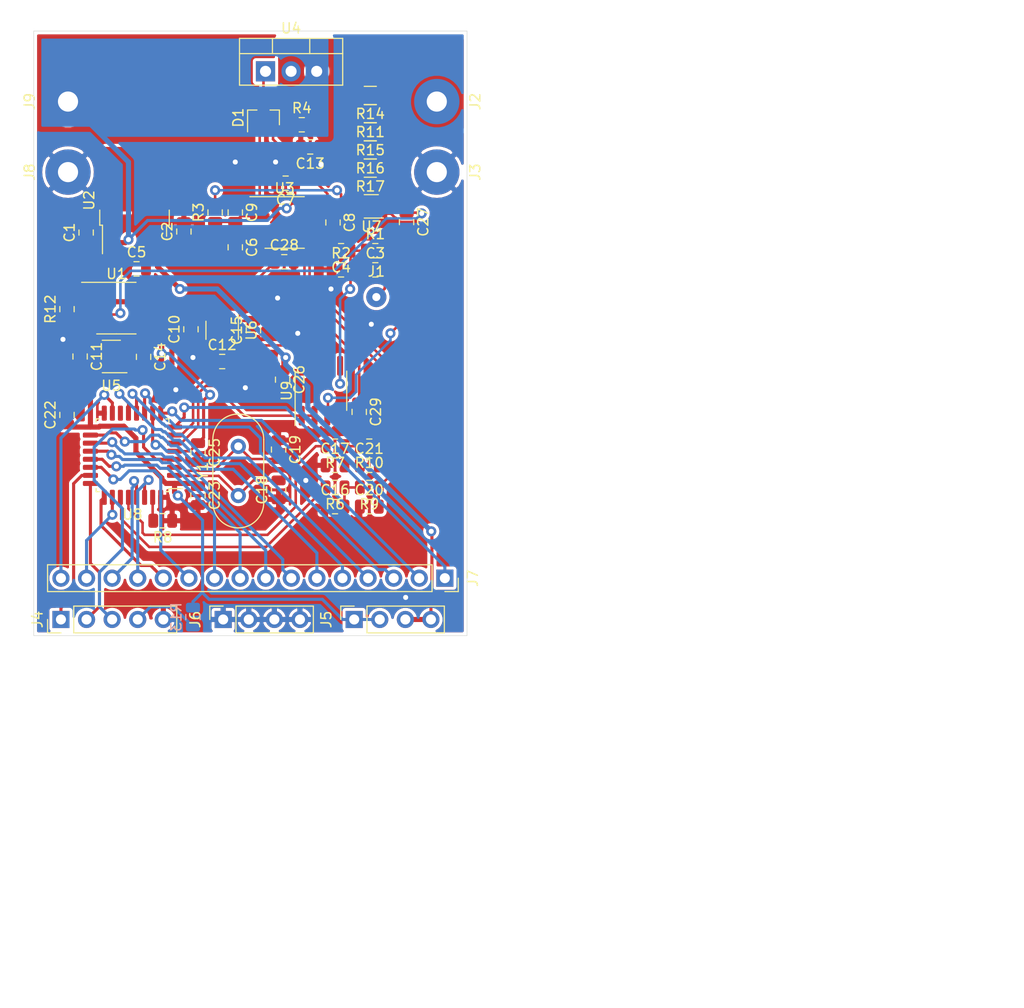
<source format=kicad_pcb>
(kicad_pcb (version 20171130) (host pcbnew "(5.1.2)-2")
  (layers (0 F.Cu signal) (31 B.Cu signal) (34 B.Paste user) (35 F.Paste user) (36 B.SilkS user) (37 F.SilkS user) (38 B.Mask user) (39 F.Mask user) (44 Edge.Cuts user))
  (net 0 "")
  (net 1 +24V)
  (net 2 GND)
  (net 3 +5V)
  (net 4 Vout)
  (net 5 Vmes)
  (net 6 "Net-(C6-Pad1)")
  (net 7 "Net-(C8-Pad1)")
  (net 8 "Net-(C9-Pad1)")
  (net 9 +3V3)
  (net 10 "Net-(C12-Pad1)")
  (net 11 "Net-(C12-Pad2)")
  (net 12 "Net-(C13-Pad1)")
  (net 13 +3.3VA)
  (net 14 -3V3)
  (net 15 "Net-(C16-Pad2)")
  (net 16 "Net-(C17-Pad2)")
  (net 17 "Net-(C18-Pad2)")
  (net 18 "Net-(C19-Pad2)")
  (net 19 V_SET)
  (net 20 I_SET)
  (net 21 "Net-(D1-Pad3)")
  (net 22 SWDIO)
  (net 23 SWCLK)
  (net 24 NRST)
  (net 25 "Net-(J4-Pad4)")
  (net 26 USART_TX)
  (net 27 USART_RX)
  (net 28 SPI_SCK)
  (net 29 SPI_MISO)
  (net 30 SPI_MOSI)
  (net 31 GPIO_PA8)
  (net 32 GPIO_PA4)
  (net 33 I2C_SCL)
  (net 34 I2C_SDA)
  (net 35 GPIO_PA11)
  (net 36 GPIO_PA12)
  (net 37 GPIO_PA15)
  (net 38 GPIO_PB7)
  (net 39 GPIO_PB6)
  (net 40 GPIO_PB3)
  (net 41 GPIO_PB1)
  (net 42 Iout)
  (net 43 TIM3_CH1)
  (net 44 TIM3_CH2)
  (net 45 "Net-(R8-Pad2)")
  (net 46 "Net-(U8-Pad6)")
  (net 47 "Net-(U8-Pad7)")
  (net 48 "Net-(J2-Pad1)")
  (module Package_TO_SOT_SMD:SOT-363_SC-70-6_Handsoldering (layer F.Cu) (at 83.5 67.4 180)
    (fp_text reference U7 (at 0 -2) (layer F.SilkS))
    (fp_text value INA213)
    (pad 1 smd rect (at -1.33 -0.65 180) (size 1.5 0.4) (layers F.Cu F.Paste F.Mask) (net 2 GND))
    (pad 2 smd rect (at -1.33 0 180) (size 1.5 0.4) (layers F.Cu F.Paste F.Mask) (net 2 GND))
    (pad 3 smd rect (at -1.33 0.65 180) (size 1.5 0.4) (layers F.Cu F.Paste F.Mask) (net 13 +3.3VA))
    (pad 4 smd rect (at 1.33 0.65 180) (size 1.5 0.4) (layers F.Cu F.Paste F.Mask) (net 12 "Net-(C13-Pad1)"))
    (pad 5 smd rect (at 1.33 0 180) (size 1.5 0.4) (layers F.Cu F.Paste F.Mask) (net 48 "Net-(J2-Pad1)"))
    (pad 6 smd rect (at 1.33 -0.65 180) (size 1.5 0.4) (layers F.Cu F.Paste F.Mask) (net 42 Iout))
  )
  (module Connector_Wire:SolderWirePad_1x01_Drill2mm (layer F.Cu) (at 90 57 270)
    (fp_text reference J2 (at 0 -3.81 90) (layer F.SilkS))
    (fp_text value Conn_01x01)
    (pad 1 thru_hole circle (at 0 0 270) (size 4.50088 4.50088) (drill 1.99898) (layers *.Cu *.Mask) (net 48 "Net-(J2-Pad1)"))
  )
  (module Resistor_SMD:R_0805_2012Metric (layer F.Cu) (at 76.6 59.3)
    (fp_text reference R4 (at 0 -1.65) (layer F.SilkS))
    (fp_text value 250R)
    (pad 2 smd roundrect (at 0.9375 0) (size 0.975 1.4) (layers F.Cu F.Paste F.Mask) (net 12 "Net-(C13-Pad1)"))
    (pad 1 smd roundrect (at -0.9375 0) (size 0.975 1.4) (layers F.Cu F.Paste F.Mask) (net 21 "Net-(D1-Pad3)"))
  )
  (module Capacitor_SMD:C_0805_2012Metric (layer F.Cu) (at 55.2 70 90)
    (fp_text reference C1 (at 0 -1.65 90) (layer F.SilkS))
    (fp_text value 100n)
    (pad 1 smd roundrect (at -0.9375 0 90) (size 0.975 1.4) (layers F.Cu F.Paste F.Mask) (net 1 +24V))
    (pad 2 smd roundrect (at 0.9375 0 90) (size 0.975 1.4) (layers F.Cu F.Paste F.Mask) (net 2 GND))
  )
  (module Capacitor_SMD:C_0805_2012Metric (layer F.Cu) (at 64.9 69.9 90)
    (fp_text reference C2 (at 0 -1.65 90) (layer F.SilkS))
    (fp_text value 100n)
    (pad 2 smd roundrect (at 0.9375 0 90) (size 0.975 1.4) (layers F.Cu F.Paste F.Mask) (net 2 GND))
    (pad 1 smd roundrect (at -0.9375 0 90) (size 0.975 1.4) (layers F.Cu F.Paste F.Mask) (net 3 +5V))
  )
  (module Capacitor_SMD:C_0805_2012Metric (layer F.Cu) (at 83.9 73.7)
    (fp_text reference C3 (at 0 -1.65) (layer F.SilkS))
    (fp_text value 1n)
    (pad 2 smd roundrect (at 0.9375 0) (size 0.975 1.4) (layers F.Cu F.Paste F.Mask) (net 4 Vout))
    (pad 1 smd roundrect (at -0.9375 0) (size 0.975 1.4) (layers F.Cu F.Paste F.Mask) (net 5 Vmes))
  )
  (module Capacitor_SMD:C_0805_2012Metric (layer F.Cu) (at 80.5 71.8 180)
    (fp_text reference C4 (at 0 -1.65) (layer F.SilkS))
    (fp_text value 1n)
    (pad 2 smd roundrect (at 0.9375 0 180) (size 0.975 1.4) (layers F.Cu F.Paste F.Mask) (net 2 GND))
    (pad 1 smd roundrect (at -0.9375 0 180) (size 0.975 1.4) (layers F.Cu F.Paste F.Mask) (net 5 Vmes))
  )
  (module Capacitor_SMD:C_0805_2012Metric (layer F.Cu) (at 60.2 73.6)
    (fp_text reference C5 (at 0 -1.65) (layer F.SilkS))
    (fp_text value 100n)
    (pad 2 smd roundrect (at 0.9375 0) (size 0.975 1.4) (layers F.Cu F.Paste F.Mask) (net 2 GND))
    (pad 1 smd roundrect (at -0.9375 0) (size 0.975 1.4) (layers F.Cu F.Paste F.Mask) (net 3 +5V))
  )
  (module Capacitor_SMD:C_0805_2012Metric (layer F.Cu) (at 70 71.4625 270)
    (fp_text reference C6 (at 0 -1.65 90) (layer F.SilkS))
    (fp_text value 1n)
    (pad 1 smd roundrect (at -0.9375 0 270) (size 0.975 1.4) (layers F.Cu F.Paste F.Mask) (net 6 "Net-(C6-Pad1)"))
    (pad 2 smd roundrect (at 0.9375 0 270) (size 0.975 1.4) (layers F.Cu F.Paste F.Mask) (net 2 GND))
  )
  (module Capacitor_SMD:C_0805_2012Metric (layer F.Cu) (at 75 65.1 180)
    (fp_text reference C7 (at 0 -1.65) (layer F.SilkS))
    (fp_text value 100n)
    (pad 1 smd roundrect (at -0.9375 0 180) (size 0.975 1.4) (layers F.Cu F.Paste F.Mask) (net 1 +24V))
    (pad 2 smd roundrect (at 0.9375 0 180) (size 0.975 1.4) (layers F.Cu F.Paste F.Mask) (net 2 GND))
  )
  (module Capacitor_SMD:C_0805_2012Metric (layer F.Cu) (at 79.7 69 270)
    (fp_text reference C8 (at 0 -1.65 90) (layer F.SilkS))
    (fp_text value 1n)
    (pad 2 smd roundrect (at 0.9375 0 270) (size 0.975 1.4) (layers F.Cu F.Paste F.Mask) (net 5 Vmes))
    (pad 1 smd roundrect (at -0.9375 0 270) (size 0.975 1.4) (layers F.Cu F.Paste F.Mask) (net 7 "Net-(C8-Pad1)"))
  )
  (module Capacitor_SMD:C_0805_2012Metric (layer F.Cu) (at 70 68 270)
    (fp_text reference C9 (at 0 -1.65 90) (layer F.SilkS))
    (fp_text value 1n)
    (pad 2 smd roundrect (at 0.9375 0 270) (size 0.975 1.4) (layers F.Cu F.Paste F.Mask) (net 6 "Net-(C6-Pad1)"))
    (pad 1 smd roundrect (at -0.9375 0 270) (size 0.975 1.4) (layers F.Cu F.Paste F.Mask) (net 8 "Net-(C9-Pad1)"))
  )
  (module Capacitor_SMD:C_0805_2012Metric (layer F.Cu) (at 65.6 79.6 90)
    (fp_text reference C10 (at 0 -1.65 90) (layer F.SilkS))
    (fp_text value 1u)
    (pad 1 smd roundrect (at -0.9375 0 90) (size 0.975 1.4) (layers F.Cu F.Paste F.Mask) (net 2 GND))
    (pad 2 smd roundrect (at 0.9375 0 90) (size 0.975 1.4) (layers F.Cu F.Paste F.Mask) (net 9 +3V3))
  )
  (module Capacitor_SMD:C_0805_2012Metric (layer F.Cu) (at 54.6 82.3 270)
    (fp_text reference C11 (at 0 -1.65 90) (layer F.SilkS))
    (fp_text value 1u)
    (pad 1 smd roundrect (at -0.9375 0 270) (size 0.975 1.4) (layers F.Cu F.Paste F.Mask) (net 2 GND))
    (pad 2 smd roundrect (at 0.9375 0 270) (size 0.975 1.4) (layers F.Cu F.Paste F.Mask) (net 3 +5V))
  )
  (module Capacitor_SMD:C_0805_2012Metric (layer F.Cu) (at 68.7 82.8)
    (fp_text reference C12 (at 0 -1.65) (layer F.SilkS))
    (fp_text value 1u)
    (pad 1 smd roundrect (at -0.9375 0) (size 0.975 1.4) (layers F.Cu F.Paste F.Mask) (net 10 "Net-(C12-Pad1)"))
    (pad 2 smd roundrect (at 0.9375 0) (size 0.975 1.4) (layers F.Cu F.Paste F.Mask) (net 11 "Net-(C12-Pad2)"))
  )
  (module Capacitor_SMD:C_0805_2012Metric (layer F.Cu) (at 77.4375 61.5 180)
    (fp_text reference C13 (at 0 -1.65) (layer F.SilkS))
    (fp_text value 10u)
    (pad 2 smd roundrect (at 0.9375 0 180) (size 0.975 1.4) (layers F.Cu F.Paste F.Mask) (net 2 GND))
    (pad 1 smd roundrect (at -0.9375 0 180) (size 0.975 1.4) (layers F.Cu F.Paste F.Mask) (net 12 "Net-(C13-Pad1)"))
  )
  (module Capacitor_SMD:C_0805_2012Metric (layer F.Cu) (at 60.9 82.3375 270)
    (fp_text reference C14 (at 0 -1.65 90) (layer F.SilkS))
    (fp_text value 330p)
    (pad 2 smd roundrect (at 0.9375 0 270) (size 0.975 1.4) (layers F.Cu F.Paste F.Mask) (net 13 +3.3VA))
    (pad 1 smd roundrect (at -0.9375 0 270) (size 0.975 1.4) (layers F.Cu F.Paste F.Mask) (net 2 GND))
  )
  (module Capacitor_SMD:C_0805_2012Metric (layer F.Cu) (at 71.8 79.7 90)
    (fp_text reference C15 (at 0 -1.65 90) (layer F.SilkS))
    (fp_text value 1u)
    (pad 2 smd roundrect (at 0.9375 0 90) (size 0.975 1.4) (layers F.Cu F.Paste F.Mask) (net 14 -3V3))
    (pad 1 smd roundrect (at -0.9375 0 90) (size 0.975 1.4) (layers F.Cu F.Paste F.Mask) (net 2 GND))
  )
  (module Capacitor_SMD:C_0805_2012Metric (layer F.Cu) (at 79.9 97.2)
    (fp_text reference C16 (at 0 -1.65) (layer F.SilkS))
    (fp_text value 1u)
    (pad 1 smd roundrect (at -0.9375 0) (size 0.975 1.4) (layers F.Cu F.Paste F.Mask) (net 2 GND))
    (pad 2 smd roundrect (at 0.9375 0) (size 0.975 1.4) (layers F.Cu F.Paste F.Mask) (net 15 "Net-(C16-Pad2)"))
  )
  (module Capacitor_SMD:C_0805_2012Metric (layer F.Cu) (at 79.9 93.1)
    (fp_text reference C17 (at 0 -1.65) (layer F.SilkS))
    (fp_text value 1u)
    (pad 1 smd roundrect (at -0.9375 0) (size 0.975 1.4) (layers F.Cu F.Paste F.Mask) (net 2 GND))
    (pad 2 smd roundrect (at 0.9375 0) (size 0.975 1.4) (layers F.Cu F.Paste F.Mask) (net 16 "Net-(C17-Pad2)"))
  )
  (module Capacitor_SMD:C_0805_2012Metric (layer F.Cu) (at 74.3 95.5375 90)
    (fp_text reference C18 (at 0 -1.65 90) (layer F.SilkS))
    (fp_text value 20p)
    (pad 2 smd roundrect (at 0.9375 0 90) (size 0.975 1.4) (layers F.Cu F.Paste F.Mask) (net 17 "Net-(C18-Pad2)"))
    (pad 1 smd roundrect (at -0.9375 0 90) (size 0.975 1.4) (layers F.Cu F.Paste F.Mask) (net 2 GND))
  )
  (module Capacitor_SMD:C_0805_2012Metric (layer F.Cu) (at 74.3 91.5375 270)
    (fp_text reference C19 (at 0 -1.65 90) (layer F.SilkS))
    (fp_text value 20p)
    (pad 1 smd roundrect (at -0.9375 0 270) (size 0.975 1.4) (layers F.Cu F.Paste F.Mask) (net 2 GND))
    (pad 2 smd roundrect (at 0.9375 0 270) (size 0.975 1.4) (layers F.Cu F.Paste F.Mask) (net 18 "Net-(C19-Pad2)"))
  )
  (module Capacitor_SMD:C_0805_2012Metric (layer F.Cu) (at 83.3 97.2)
    (fp_text reference C20 (at 0 -1.65) (layer F.SilkS))
    (fp_text value 1u)
    (pad 1 smd roundrect (at -0.9375 0) (size 0.975 1.4) (layers F.Cu F.Paste F.Mask) (net 2 GND))
    (pad 2 smd roundrect (at 0.9375 0) (size 0.975 1.4) (layers F.Cu F.Paste F.Mask) (net 19 V_SET))
  )
  (module Capacitor_SMD:C_0805_2012Metric (layer F.Cu) (at 83.3 93.1)
    (fp_text reference C21 (at 0 -1.65) (layer F.SilkS))
    (fp_text value 1u)
    (pad 1 smd roundrect (at -0.9375 0) (size 0.975 1.4) (layers F.Cu F.Paste F.Mask) (net 2 GND))
    (pad 2 smd roundrect (at 0.9375 0) (size 0.975 1.4) (layers F.Cu F.Paste F.Mask) (net 20 I_SET))
  )
  (module Capacitor_SMD:C_0805_2012Metric (layer F.Cu) (at 53.3 88.1 90)
    (fp_text reference C22 (at 0 -1.65 90) (layer F.SilkS))
    (fp_text value 100n)
    (pad 1 smd roundrect (at -0.9375 0 90) (size 0.975 1.4) (layers F.Cu F.Paste F.Mask) (net 9 +3V3))
    (pad 2 smd roundrect (at 0.9375 0 90) (size 0.975 1.4) (layers F.Cu F.Paste F.Mask) (net 2 GND))
  )
  (module Capacitor_SMD:C_0805_2012Metric (layer F.Cu) (at 66.3 96.1 270)
    (fp_text reference C23 (at 0 -1.65 90) (layer F.SilkS))
    (fp_text value 100n)
    (pad 2 smd roundrect (at 0.9375 0 270) (size 0.975 1.4) (layers F.Cu F.Paste F.Mask) (net 2 GND))
    (pad 1 smd roundrect (at -0.9375 0 270) (size 0.975 1.4) (layers F.Cu F.Paste F.Mask) (net 9 +3V3))
  )
  (module Capacitor_SMD:C_0805_2012Metric (layer F.Cu) (at 66.3 91.8375 270)
    (fp_text reference C25 (at 0 -1.65 90) (layer F.SilkS))
    (fp_text value 100n)
    (pad 1 smd roundrect (at -0.9375 0 270) (size 0.975 1.4) (layers F.Cu F.Paste F.Mask) (net 13 +3.3VA))
    (pad 2 smd roundrect (at 0.9375 0 270) (size 0.975 1.4) (layers F.Cu F.Paste F.Mask) (net 2 GND))
  )
  (module Capacitor_SMD:C_0805_2012Metric (layer F.Cu) (at 74.7 84.6 270)
    (fp_text reference C26 (at 0 -1.65 90) (layer F.SilkS))
    (fp_text value 100n)
    (pad 2 smd roundrect (at 0.9375 0 270) (size 0.975 1.4) (layers F.Cu F.Paste F.Mask) (net 2 GND))
    (pad 1 smd roundrect (at -0.9375 0 270) (size 0.975 1.4) (layers F.Cu F.Paste F.Mask) (net 3 +5V))
  )
  (module Package_TO_SOT_SMD:SOT-23 (layer F.Cu) (at 72.8 58.6 90)
    (fp_text reference D1 (at 0 -2.5 90) (layer F.SilkS))
    (fp_text value BAT54A)
    (pad 1 smd rect (at -1 -0.95 90) (size 0.9 0.8) (layers F.Cu F.Paste F.Mask) (net 8 "Net-(C9-Pad1)"))
    (pad 2 smd rect (at -1 0.95 90) (size 0.9 0.8) (layers F.Cu F.Paste F.Mask) (net 7 "Net-(C8-Pad1)"))
    (pad 3 smd rect (at 1 0 90) (size 0.9 0.8) (layers F.Cu F.Paste F.Mask) (net 21 "Net-(D1-Pad3)"))
  )
  (module Connector_Wire:SolderWirePad_1x01_Drill0.8mm (layer F.Cu) (at 84 76.4)
    (fp_text reference J1 (at 0 -2.54) (layer F.SilkS))
    (fp_text value Conn_01x01)
    (pad 1 thru_hole circle (at 0 0) (size 1.99898 1.99898) (drill 0.8001) (layers *.Cu *.Mask) (net 4 Vout))
  )
  (module Connector_Wire:SolderWirePad_1x01_Drill2mm (layer F.Cu) (at 90 64 270)
    (fp_text reference J3 (at 0 -3.81 90) (layer F.SilkS))
    (fp_text value Conn_01x01)
    (pad 1 thru_hole circle (at 0 0 270) (size 4.50088 4.50088) (drill 1.99898) (layers *.Cu *.Mask) (net 2 GND))
  )
  (module Connector_PinHeader_2.54mm:PinHeader_1x05_P2.54mm_Vertical (layer F.Cu) (at 52.7 108.4 90)
    (fp_text reference J4 (at 0 -2.33 90) (layer F.SilkS))
    (fp_text value Conn_01x05)
    (pad 1 thru_hole rect (at 0 0 90) (size 1.7 1.7) (drill 1) (layers *.Cu *.Mask) (net 22 SWDIO))
    (pad 2 thru_hole oval (at 0 2.54 90) (size 1.7 1.7) (drill 1) (layers *.Cu *.Mask) (net 23 SWCLK))
    (pad 3 thru_hole oval (at 0 5.08 90) (size 1.7 1.7) (drill 1) (layers *.Cu *.Mask) (net 24 NRST))
    (pad 4 thru_hole oval (at 0 7.62 90) (size 1.7 1.7) (drill 1) (layers *.Cu *.Mask) (net 25 "Net-(J4-Pad4)"))
    (pad 5 thru_hole oval (at 0 10.16 90) (size 1.7 1.7) (drill 1) (layers *.Cu *.Mask) (net 2 GND))
  )
  (module Connector_PinSocket_2.54mm:PinSocket_1x04_P2.54mm_Vertical (layer F.Cu) (at 81.8 108.4 90)
    (fp_text reference J5 (at 0 -2.77 90) (layer F.SilkS))
    (fp_text value Conn_01x04)
    (pad 1 thru_hole rect (at 0 0 90) (size 1.7 1.7) (drill 1) (layers *.Cu *.Mask) (net 9 +3V3))
    (pad 2 thru_hole oval (at 0 2.54 90) (size 1.7 1.7) (drill 1) (layers *.Cu *.Mask) (net 9 +3V3))
    (pad 3 thru_hole oval (at 0 5.08 90) (size 1.7 1.7) (drill 1) (layers *.Cu *.Mask) (net 3 +5V))
    (pad 4 thru_hole oval (at 0 7.62 90) (size 1.7 1.7) (drill 1) (layers *.Cu *.Mask) (net 3 +5V))
  )
  (module Connector_PinSocket_2.54mm:PinSocket_1x04_P2.54mm_Vertical (layer F.Cu) (at 68.8 108.4 90)
    (fp_text reference J6 (at 0 -2.77 90) (layer F.SilkS))
    (fp_text value Conn_01x04)
    (pad 4 thru_hole oval (at 0 7.62 90) (size 1.7 1.7) (drill 1) (layers *.Cu *.Mask) (net 2 GND))
    (pad 3 thru_hole oval (at 0 5.08 90) (size 1.7 1.7) (drill 1) (layers *.Cu *.Mask) (net 2 GND))
    (pad 2 thru_hole oval (at 0 2.54 90) (size 1.7 1.7) (drill 1) (layers *.Cu *.Mask) (net 2 GND))
    (pad 1 thru_hole rect (at 0 0 90) (size 1.7 1.7) (drill 1) (layers *.Cu *.Mask) (net 2 GND))
  )
  (module Connector_PinSocket_2.54mm:PinSocket_1x16_P2.54mm_Vertical (layer F.Cu) (at 90.8 104.3 270)
    (fp_text reference J7 (at 0 -2.77 90) (layer F.SilkS))
    (fp_text value Conn_01x16)
    (pad 1 thru_hole rect (at 0 0 270) (size 1.7 1.7) (drill 1) (layers *.Cu *.Mask) (net 26 USART_TX))
    (pad 2 thru_hole oval (at 0 2.54 270) (size 1.7 1.7) (drill 1) (layers *.Cu *.Mask) (net 27 USART_RX))
    (pad 3 thru_hole oval (at 0 5.08 270) (size 1.7 1.7) (drill 1) (layers *.Cu *.Mask) (net 28 SPI_SCK))
    (pad 4 thru_hole oval (at 0 7.62 270) (size 1.7 1.7) (drill 1) (layers *.Cu *.Mask) (net 29 SPI_MISO))
    (pad 5 thru_hole oval (at 0 10.16 270) (size 1.7 1.7) (drill 1) (layers *.Cu *.Mask) (net 30 SPI_MOSI))
    (pad 6 thru_hole oval (at 0 12.7 270) (size 1.7 1.7) (drill 1) (layers *.Cu *.Mask) (net 31 GPIO_PA8))
    (pad 7 thru_hole oval (at 0 15.24 270) (size 1.7 1.7) (drill 1) (layers *.Cu *.Mask) (net 32 GPIO_PA4))
    (pad 8 thru_hole oval (at 0 17.78 270) (size 1.7 1.7) (drill 1) (layers *.Cu *.Mask) (net 33 I2C_SCL))
    (pad 9 thru_hole oval (at 0 20.32 270) (size 1.7 1.7) (drill 1) (layers *.Cu *.Mask) (net 34 I2C_SDA))
    (pad 10 thru_hole oval (at 0 22.86 270) (size 1.7 1.7) (drill 1) (layers *.Cu *.Mask) (net 35 GPIO_PA11))
    (pad 11 thru_hole oval (at 0 25.4 270) (size 1.7 1.7) (drill 1) (layers *.Cu *.Mask) (net 36 GPIO_PA12))
    (pad 12 thru_hole oval (at 0 27.94 270) (size 1.7 1.7) (drill 1) (layers *.Cu *.Mask) (net 37 GPIO_PA15))
    (pad 13 thru_hole oval (at 0 30.48 270) (size 1.7 1.7) (drill 1) (layers *.Cu *.Mask) (net 38 GPIO_PB7))
    (pad 14 thru_hole oval (at 0 33.02 270) (size 1.7 1.7) (drill 1) (layers *.Cu *.Mask) (net 39 GPIO_PB6))
    (pad 15 thru_hole oval (at 0 35.56 270) (size 1.7 1.7) (drill 1) (layers *.Cu *.Mask) (net 40 GPIO_PB3))
    (pad 16 thru_hole oval (at 0 38.1 270) (size 1.7 1.7) (drill 1) (layers *.Cu *.Mask) (net 41 GPIO_PB1))
  )
  (module Resistor_SMD:R_0805_2012Metric (layer F.Cu) (at 83.9 71.8)
    (fp_text reference R1 (at 0 -1.65) (layer F.SilkS))
    (fp_text value 13K)
    (pad 1 smd roundrect (at -0.9375 0) (size 0.975 1.4) (layers F.Cu F.Paste F.Mask) (net 5 Vmes))
    (pad 2 smd roundrect (at 0.9375 0) (size 0.975 1.4) (layers F.Cu F.Paste F.Mask) (net 4 Vout))
  )
  (module Resistor_SMD:R_0805_2012Metric (layer F.Cu) (at 80.5 73.7)
    (fp_text reference R2 (at 0 -1.65) (layer F.SilkS))
    (fp_text value 2K)
    (pad 2 smd roundrect (at 0.9375 0) (size 0.975 1.4) (layers F.Cu F.Paste F.Mask) (net 5 Vmes))
    (pad 1 smd roundrect (at -0.9375 0) (size 0.975 1.4) (layers F.Cu F.Paste F.Mask) (net 2 GND))
  )
  (module Resistor_SMD:R_0805_2012Metric (layer F.Cu) (at 68 68 90)
    (fp_text reference R3 (at 0 -1.65 90) (layer F.SilkS))
    (fp_text value 13K)
    (pad 1 smd roundrect (at -0.9375 0 90) (size 0.975 1.4) (layers F.Cu F.Paste F.Mask) (net 6 "Net-(C6-Pad1)"))
    (pad 2 smd roundrect (at 0.9375 0 90) (size 0.975 1.4) (layers F.Cu F.Paste F.Mask) (net 42 Iout))
  )
  (module Resistor_SMD:R_0805_2012Metric (layer F.Cu) (at 79.9 95.3 180)
    (fp_text reference R6 (at 0 -1.65) (layer F.SilkS))
    (fp_text value 13K)
    (pad 2 smd roundrect (at 0.9375 0 180) (size 0.975 1.4) (layers F.Cu F.Paste F.Mask) (net 43 TIM3_CH1))
    (pad 1 smd roundrect (at -0.9375 0 180) (size 0.975 1.4) (layers F.Cu F.Paste F.Mask) (net 15 "Net-(C16-Pad2)"))
  )
  (module Resistor_SMD:R_0805_2012Metric (layer F.Cu) (at 79.9 91.2 180)
    (fp_text reference R7 (at 0 -1.65) (layer F.SilkS))
    (fp_text value 13K)
    (pad 2 smd roundrect (at 0.9375 0 180) (size 0.975 1.4) (layers F.Cu F.Paste F.Mask) (net 44 TIM3_CH2))
    (pad 1 smd roundrect (at -0.9375 0 180) (size 0.975 1.4) (layers F.Cu F.Paste F.Mask) (net 16 "Net-(C17-Pad2)"))
  )
  (module Resistor_SMD:R_0805_2012Metric (layer F.Cu) (at 62.8 98.6 180)
    (fp_text reference R8 (at 0 -1.65) (layer F.SilkS))
    (fp_text value 13K)
    (pad 2 smd roundrect (at 0.9375 0 180) (size 0.975 1.4) (layers F.Cu F.Paste F.Mask) (net 45 "Net-(R8-Pad2)"))
    (pad 1 smd roundrect (at -0.9375 0 180) (size 0.975 1.4) (layers F.Cu F.Paste F.Mask) (net 2 GND))
  )
  (module Resistor_SMD:R_0805_2012Metric (layer F.Cu) (at 83.3 95.3 180)
    (fp_text reference R9 (at 0 -1.65) (layer F.SilkS))
    (fp_text value 13K)
    (pad 1 smd roundrect (at -0.9375 0 180) (size 0.975 1.4) (layers F.Cu F.Paste F.Mask) (net 19 V_SET))
    (pad 2 smd roundrect (at 0.9375 0 180) (size 0.975 1.4) (layers F.Cu F.Paste F.Mask) (net 15 "Net-(C16-Pad2)"))
  )
  (module Resistor_SMD:R_0805_2012Metric (layer F.Cu) (at 83.3 91.2 180)
    (fp_text reference R10 (at 0 -1.65) (layer F.SilkS))
    (fp_text value 13K)
    (pad 1 smd roundrect (at -0.9375 0 180) (size 0.975 1.4) (layers F.Cu F.Paste F.Mask) (net 20 I_SET))
    (pad 2 smd roundrect (at 0.9375 0 180) (size 0.975 1.4) (layers F.Cu F.Paste F.Mask) (net 16 "Net-(C17-Pad2)"))
  )
  (module Resistor_SMD:R_0805_2012Metric (layer F.Cu) (at 53.3 77.6 90)
    (fp_text reference R12 (at 0 -1.65 90) (layer F.SilkS))
    (fp_text value NoPopulate!)
    (pad 2 smd roundrect (at 0.9375 0 90) (size 0.975 1.4) (layers F.Cu F.Paste F.Mask) (net 9 +3V3))
    (pad 1 smd roundrect (at -0.9375 0 90) (size 0.975 1.4) (layers F.Cu F.Paste F.Mask) (net 13 +3.3VA))
  )
  (module Resistor_SMD:R_0805_2012Metric (layer B.Cu) (at 65.8 108.1625 270)
    (fp_text reference R13 (at 0 1.65 90) (layer B.SilkS) (effects (justify mirror)))
    (fp_text value NoPopulate!)
    (pad 1 smd roundrect (at -0.9375 0 270) (size 0.975 1.4) (layers B.Cu B.Paste B.Mask) (net 9 +3V3))
    (pad 2 smd roundrect (at 0.9375 0 270) (size 0.975 1.4) (layers B.Cu B.Paste B.Mask) (net 25 "Net-(J4-Pad4)"))
  )
  (module Package_SO:SOIC-8_3.9x4.9mm_P1.27mm (layer F.Cu) (at 58.2 77.5)
    (fp_text reference U1 (at 0 -3.4) (layer F.SilkS))
    (fp_text value LM358)
    (pad 8 smd roundrect (at 2.475 -1.905) (size 1.95 0.6) (layers F.Cu F.Paste F.Mask) (net 3 +5V))
    (pad 7 smd roundrect (at 2.475 -0.635) (size 1.95 0.6) (layers F.Cu F.Paste F.Mask) (net 9 +3V3))
    (pad 6 smd roundrect (at 2.475 0.635) (size 1.95 0.6) (layers F.Cu F.Paste F.Mask) (net 9 +3V3))
    (pad 5 smd roundrect (at 2.475 1.905) (size 1.95 0.6) (layers F.Cu F.Paste F.Mask) (net 13 +3.3VA))
    (pad 4 smd roundrect (at -2.475 1.905) (size 1.95 0.6) (layers F.Cu F.Paste F.Mask) (net 2 GND))
    (pad 3 smd roundrect (at -2.475 0.635) (size 1.95 0.6) (layers F.Cu F.Paste F.Mask) (net 13 +3.3VA))
    (pad 2 smd roundrect (at -2.475 -0.635) (size 1.95 0.6) (layers F.Cu F.Paste F.Mask) (net 9 +3V3))
    (pad 1 smd roundrect (at -2.475 -1.905) (size 1.95 0.6) (layers F.Cu F.Paste F.Mask) (net 9 +3V3))
  )
  (module Package_TO_SOT_SMD:TO-252-2 (layer F.Cu) (at 60 66.8 90)
    (fp_text reference U2 (at 0 -4.5 90) (layer F.SilkS))
    (fp_text value L7805)
    (pad 1 smd rect (at -4.2 -2.28 90) (size 2.2 1.2) (layers F.Cu F.Paste F.Mask) (net 1 +24V))
    (pad 3 smd rect (at -4.2 2.28 90) (size 2.2 1.2) (layers F.Cu F.Paste F.Mask) (net 3 +5V))
    (pad 2 smd rect (at 2.1 0 90) (size 6.4 5.8) (layers F.Cu F.Mask) (net 2 GND))
  )
  (module Package_SO:SOIC-8_3.9x4.9mm_P1.27mm (layer F.Cu) (at 74.9 69)
    (fp_text reference U3 (at 0 -3.4) (layer F.SilkS))
    (fp_text value LM358)
    (pad 1 smd roundrect (at -2.475 -1.905) (size 1.95 0.6) (layers F.Cu F.Paste F.Mask) (net 8 "Net-(C9-Pad1)"))
    (pad 2 smd roundrect (at -2.475 -0.635) (size 1.95 0.6) (layers F.Cu F.Paste F.Mask) (net 6 "Net-(C6-Pad1)"))
    (pad 3 smd roundrect (at -2.475 0.635) (size 1.95 0.6) (layers F.Cu F.Paste F.Mask) (net 20 I_SET))
    (pad 4 smd roundrect (at -2.475 1.905) (size 1.95 0.6) (layers F.Cu F.Paste F.Mask) (net 14 -3V3))
    (pad 5 smd roundrect (at 2.475 1.905) (size 1.95 0.6) (layers F.Cu F.Paste F.Mask) (net 19 V_SET))
    (pad 6 smd roundrect (at 2.475 0.635) (size 1.95 0.6) (layers F.Cu F.Paste F.Mask) (net 5 Vmes))
    (pad 7 smd roundrect (at 2.475 -0.635) (size 1.95 0.6) (layers F.Cu F.Paste F.Mask) (net 7 "Net-(C8-Pad1)"))
    (pad 8 smd roundrect (at 2.475 -1.905) (size 1.95 0.6) (layers F.Cu F.Paste F.Mask) (net 1 +24V))
  )
  (module Package_TO_SOT_THT:TO-220-3_Vertical (layer F.Cu) (at 73 54)
    (fp_text reference U4 (at 2.54 -4.27) (layer F.SilkS))
    (fp_text value LM338T)
    (pad 1 thru_hole rect (at 0 0) (size 1.905 2) (drill 1.1) (layers *.Cu *.Mask) (net 21 "Net-(D1-Pad3)"))
    (pad 2 thru_hole oval (at 2.54 0) (size 1.905 2) (drill 1.1) (layers *.Cu *.Mask) (net 12 "Net-(C13-Pad1)"))
    (pad 3 thru_hole oval (at 5.08 0) (size 1.905 2) (drill 1.1) (layers *.Cu *.Mask) (net 1 +24V))
  )
  (module Package_TO_SOT_SMD:SOT-23-6 (layer F.Cu) (at 57.7 82.3 180)
    (fp_text reference U5 (at 0 -2.9) (layer F.SilkS))
    (fp_text value MCP1501T-33E_CHY)
    (pad 1 smd rect (at -1.1 -0.95 180) (size 1.06 0.65) (layers F.Cu F.Paste F.Mask) (net 13 +3.3VA))
    (pad 2 smd rect (at -1.1 0 180) (size 1.06 0.65) (layers F.Cu F.Paste F.Mask) (net 2 GND))
    (pad 3 smd rect (at -1.1 0.95 180) (size 1.06 0.65) (layers F.Cu F.Paste F.Mask) (net 2 GND))
    (pad 4 smd rect (at 1.1 0.95 180) (size 1.06 0.65) (layers F.Cu F.Paste F.Mask) (net 2 GND))
    (pad 6 smd rect (at 1.1 -0.95 180) (size 1.06 0.65) (layers F.Cu F.Paste F.Mask) (net 3 +5V))
    (pad 5 smd rect (at 1.1 0 180) (size 1.06 0.65) (layers F.Cu F.Paste F.Mask) (net 2 GND))
  )
  (module Package_TO_SOT_SMD:SOT-23-5 (layer F.Cu) (at 68.7 79.7 270)
    (fp_text reference U6 (at 0 -2.9 90) (layer F.SilkS))
    (fp_text value TPS60403)
    (pad 1 smd rect (at -1.1 -0.95 270) (size 1.06 0.65) (layers F.Cu F.Paste F.Mask) (net 14 -3V3))
    (pad 2 smd rect (at -1.1 0 270) (size 1.06 0.65) (layers F.Cu F.Paste F.Mask) (net 9 +3V3))
    (pad 3 smd rect (at -1.1 0.95 270) (size 1.06 0.65) (layers F.Cu F.Paste F.Mask) (net 10 "Net-(C12-Pad1)"))
    (pad 4 smd rect (at 1.1 0.95 270) (size 1.06 0.65) (layers F.Cu F.Paste F.Mask) (net 2 GND))
    (pad 5 smd rect (at 1.1 -0.95 270) (size 1.06 0.65) (layers F.Cu F.Paste F.Mask) (net 11 "Net-(C12-Pad2)"))
  )
  (module Package_QFP:LQFP-32_7x7mm_P0.8mm (layer F.Cu) (at 59.8 92.1 180)
    (fp_text reference U8 (at 0 -5.88) (layer F.SilkS))
    (fp_text value STM32F030K6Tx)
    (pad 1 smd roundrect (at -4.175 -2.8 180) (size 1.5 0.5) (layers F.Cu F.Paste F.Mask) (net 9 +3V3))
    (pad 2 smd roundrect (at -4.175 -2 180) (size 1.5 0.5) (layers F.Cu F.Paste F.Mask) (net 17 "Net-(C18-Pad2)"))
    (pad 3 smd roundrect (at -4.175 -1.2 180) (size 1.5 0.5) (layers F.Cu F.Paste F.Mask) (net 18 "Net-(C19-Pad2)"))
    (pad 4 smd roundrect (at -4.175 -0.4 180) (size 1.5 0.5) (layers F.Cu F.Paste F.Mask) (net 24 NRST))
    (pad 5 smd roundrect (at -4.175 0.4 180) (size 1.5 0.5) (layers F.Cu F.Paste F.Mask) (net 13 +3.3VA))
    (pad 6 smd roundrect (at -4.175 1.2 180) (size 1.5 0.5) (layers F.Cu F.Paste F.Mask) (net 46 "Net-(U8-Pad6)"))
    (pad 7 smd roundrect (at -4.175 2 180) (size 1.5 0.5) (layers F.Cu F.Paste F.Mask) (net 47 "Net-(U8-Pad7)"))
    (pad 8 smd roundrect (at -4.175 2.8 180) (size 1.5 0.5) (layers F.Cu F.Paste F.Mask) (net 26 USART_TX))
    (pad 9 smd roundrect (at -2.8 4.175 180) (size 0.5 1.5) (layers F.Cu F.Paste F.Mask) (net 27 USART_RX))
    (pad 10 smd roundrect (at -2 4.175 180) (size 0.5 1.5) (layers F.Cu F.Paste F.Mask) (net 32 GPIO_PA4))
    (pad 11 smd roundrect (at -1.2 4.175 180) (size 0.5 1.5) (layers F.Cu F.Paste F.Mask) (net 28 SPI_SCK))
    (pad 12 smd roundrect (at -0.4 4.175 180) (size 0.5 1.5) (layers F.Cu F.Paste F.Mask) (net 29 SPI_MISO))
    (pad 13 smd roundrect (at 0.4 4.175 180) (size 0.5 1.5) (layers F.Cu F.Paste F.Mask) (net 30 SPI_MOSI))
    (pad 14 smd roundrect (at 1.2 4.175 180) (size 0.5 1.5) (layers F.Cu F.Paste F.Mask))
    (pad 15 smd roundrect (at 2 4.175 180) (size 0.5 1.5) (layers F.Cu F.Paste F.Mask) (net 41 GPIO_PB1))
    (pad 16 smd roundrect (at 2.8 4.175 180) (size 0.5 1.5) (layers F.Cu F.Paste F.Mask) (net 2 GND))
    (pad 17 smd roundrect (at 4.175 2.8 180) (size 1.5 0.5) (layers F.Cu F.Paste F.Mask) (net 9 +3V3))
    (pad 18 smd roundrect (at 4.175 2 180) (size 1.5 0.5) (layers F.Cu F.Paste F.Mask) (net 31 GPIO_PA8))
    (pad 19 smd roundrect (at 4.175 1.2 180) (size 1.5 0.5) (layers F.Cu F.Paste F.Mask) (net 33 I2C_SCL))
    (pad 20 smd roundrect (at 4.175 0.4 180) (size 1.5 0.5) (layers F.Cu F.Paste F.Mask) (net 34 I2C_SDA))
    (pad 21 smd roundrect (at 4.175 -0.4 180) (size 1.5 0.5) (layers F.Cu F.Paste F.Mask) (net 35 GPIO_PA11))
    (pad 22 smd roundrect (at 4.175 -1.2 180) (size 1.5 0.5) (layers F.Cu F.Paste F.Mask) (net 36 GPIO_PA12))
    (pad 23 smd roundrect (at 4.175 -2 180) (size 1.5 0.5) (layers F.Cu F.Paste F.Mask) (net 22 SWDIO))
    (pad 24 smd roundrect (at 4.175 -2.8 180) (size 1.5 0.5) (layers F.Cu F.Paste F.Mask) (net 23 SWCLK))
    (pad 25 smd roundrect (at 2.8 -4.175 180) (size 0.5 1.5) (layers F.Cu F.Paste F.Mask) (net 37 GPIO_PA15))
    (pad 26 smd roundrect (at 2 -4.175 180) (size 0.5 1.5) (layers F.Cu F.Paste F.Mask) (net 40 GPIO_PB3))
    (pad 27 smd roundrect (at 1.2 -4.175 180) (size 0.5 1.5) (layers F.Cu F.Paste F.Mask) (net 43 TIM3_CH1))
    (pad 28 smd roundrect (at 0.4 -4.175 180) (size 0.5 1.5) (layers F.Cu F.Paste F.Mask) (net 44 TIM3_CH2))
    (pad 29 smd roundrect (at -0.4 -4.175 180) (size 0.5 1.5) (layers F.Cu F.Paste F.Mask) (net 39 GPIO_PB6))
    (pad 30 smd roundrect (at -1.2 -4.175 180) (size 0.5 1.5) (layers F.Cu F.Paste F.Mask) (net 38 GPIO_PB7))
    (pad 31 smd roundrect (at -2 -4.175 180) (size 0.5 1.5) (layers F.Cu F.Paste F.Mask) (net 45 "Net-(R8-Pad2)"))
    (pad 32 smd roundrect (at -2.8 -4.175 180) (size 0.5 1.5) (layers F.Cu F.Paste F.Mask) (net 2 GND))
  )
  (module Package_SO:SOIC-8_3.9x4.9mm_P1.27mm (layer F.Cu) (at 78.5 85.7 90)
    (fp_text reference U9 (at 0 -3.4 90) (layer F.SilkS))
    (fp_text value LM358)
    (pad 1 smd roundrect (at -2.475 -1.905 90) (size 1.95 0.6) (layers F.Cu F.Paste F.Mask) (net 46 "Net-(U8-Pad6)"))
    (pad 2 smd roundrect (at -2.475 -0.635 90) (size 1.95 0.6) (layers F.Cu F.Paste F.Mask) (net 46 "Net-(U8-Pad6)"))
    (pad 3 smd roundrect (at -2.475 0.635 90) (size 1.95 0.6) (layers F.Cu F.Paste F.Mask) (net 42 Iout))
    (pad 4 smd roundrect (at -2.475 1.905 90) (size 1.95 0.6) (layers F.Cu F.Paste F.Mask) (net 14 -3V3))
    (pad 5 smd roundrect (at 2.475 1.905 90) (size 1.95 0.6) (layers F.Cu F.Paste F.Mask) (net 5 Vmes))
    (pad 6 smd roundrect (at 2.475 0.635 90) (size 1.95 0.6) (layers F.Cu F.Paste F.Mask) (net 47 "Net-(U8-Pad7)"))
    (pad 7 smd roundrect (at 2.475 -0.635 90) (size 1.95 0.6) (layers F.Cu F.Paste F.Mask) (net 47 "Net-(U8-Pad7)"))
    (pad 8 smd roundrect (at 2.475 -1.905 90) (size 1.95 0.6) (layers F.Cu F.Paste F.Mask) (net 3 +5V))
  )
  (module Crystal:Crystal_HC49-U_Vertical (layer F.Cu) (at 70.3 96.1 90)
    (fp_text reference Y1 (at 2.44 -3.525 90) (layer F.SilkS))
    (fp_text value Crystal32MHz)
    (pad 1 thru_hole circle (at 0 0 90) (size 1.5 1.5) (drill 0.8) (layers *.Cu *.Mask) (net 17 "Net-(C18-Pad2)"))
    (pad 2 thru_hole circle (at 4.88 0 90) (size 1.5 1.5) (drill 0.8) (layers *.Cu *.Mask) (net 18 "Net-(C19-Pad2)"))
  )
  (module Connector_Wire:SolderWirePad_1x01_Drill2mm (layer F.Cu) (at 53.4 64 90)
    (fp_text reference J8 (at 0 -3.81 90) (layer F.SilkS))
    (fp_text value Conn_01x01)
    (pad 1 thru_hole circle (at 0 0 90) (size 4.50088 4.50088) (drill 1.99898) (layers *.Cu *.Mask) (net 2 GND))
  )
  (module Connector_Wire:SolderWirePad_1x01_Drill2mm (layer F.Cu) (at 53.4 57 90)
    (fp_text reference J9 (at 0 -3.81 90) (layer F.SilkS))
    (fp_text value Conn_01x01)
    (pad 1 thru_hole circle (at 0 0 90) (size 4.50088 4.50088) (drill 1.99898) (layers *.Cu *.Mask) (net 1 +24V))
  )
  (module Capacitor_SMD:C_0805_2012Metric (layer F.Cu) (at 87 68.9625 270)
    (fp_text reference C27 (at 0 -1.65 90) (layer F.SilkS))
    (fp_text value 100n)
    (pad 1 smd roundrect (at -0.9375 0 270) (size 0.975 1.4) (layers F.Cu F.Paste F.Mask) (net 13 +3.3VA))
    (pad 2 smd roundrect (at 0.9375 0 270) (size 0.975 1.4) (layers F.Cu F.Paste F.Mask) (net 2 GND))
  )
  (module Resistor_SMD:R_1206_3216Metric (layer F.Cu) (at 83.4 58.2 180)
    (fp_text reference R11 (at 0 -1.82) (layer F.SilkS))
    (fp_text value 0R05)
    (pad 1 smd roundrect (at -1.4 0 180) (size 1.25 1.75) (layers F.Cu F.Paste F.Mask) (roundrect_rratio 0.2) (net 48 "Net-(J2-Pad1)"))
    (pad 2 smd roundrect (at 1.4 0 180) (size 1.25 1.75) (layers F.Cu F.Paste F.Mask) (roundrect_rratio 0.2) (net 12 "Net-(C13-Pad1)"))
  )
  (module Resistor_SMD:R_1206_3216Metric (layer F.Cu) (at 83.4 56.4 180)
    (fp_text reference R14 (at 0 -1.82) (layer F.SilkS))
    (fp_text value 0R05)
    (pad 2 smd roundrect (at 1.4 0 180) (size 1.25 1.75) (layers F.Cu F.Paste F.Mask) (roundrect_rratio 0.2) (net 12 "Net-(C13-Pad1)"))
    (pad 1 smd roundrect (at -1.4 0 180) (size 1.25 1.75) (layers F.Cu F.Paste F.Mask) (roundrect_rratio 0.2) (net 48 "Net-(J2-Pad1)"))
  )
  (module Resistor_SMD:R_1206_3216Metric (layer F.Cu) (at 83.4 60 180)
    (fp_text reference R15 (at 0 -1.82) (layer F.SilkS))
    (fp_text value 0R05)
    (pad 2 smd roundrect (at 1.4 0 180) (size 1.25 1.75) (layers F.Cu F.Paste F.Mask) (roundrect_rratio 0.2) (net 12 "Net-(C13-Pad1)"))
    (pad 1 smd roundrect (at -1.4 0 180) (size 1.25 1.75) (layers F.Cu F.Paste F.Mask) (roundrect_rratio 0.2) (net 48 "Net-(J2-Pad1)"))
  )
  (module Resistor_SMD:R_1206_3216Metric (layer F.Cu) (at 83.4 61.8 180)
    (fp_text reference R16 (at 0 -1.82) (layer F.SilkS))
    (fp_text value 0R05)
    (pad 1 smd roundrect (at -1.4 0 180) (size 1.25 1.75) (layers F.Cu F.Paste F.Mask) (roundrect_rratio 0.2) (net 48 "Net-(J2-Pad1)"))
    (pad 2 smd roundrect (at 1.4 0 180) (size 1.25 1.75) (layers F.Cu F.Paste F.Mask) (roundrect_rratio 0.2) (net 12 "Net-(C13-Pad1)"))
  )
  (module Resistor_SMD:R_1206_3216Metric (layer F.Cu) (at 83.4 63.6 180)
    (fp_text reference R17 (at 0 -1.82) (layer F.SilkS))
    (fp_text value 0R05)
    (pad 1 smd roundrect (at -1.4 0 180) (size 1.25 1.75) (layers F.Cu F.Paste F.Mask) (roundrect_rratio 0.2) (net 48 "Net-(J2-Pad1)"))
    (pad 2 smd roundrect (at 1.4 0 180) (size 1.25 1.75) (layers F.Cu F.Paste F.Mask) (roundrect_rratio 0.2) (net 12 "Net-(C13-Pad1)"))
  )
  (module Capacitor_SMD:C_0805_2012Metric (layer F.Cu) (at 74.8625 72.9)
    (fp_text reference C28 (at 0 -1.65) (layer F.SilkS))
    (fp_text value 100n)
    (pad 1 smd roundrect (at -0.9375 0) (size 0.975 1.4) (layers F.Cu F.Paste F.Mask) (net 14 -3V3))
    (pad 2 smd roundrect (at 0.9375 0) (size 0.975 1.4) (layers F.Cu F.Paste F.Mask) (net 2 GND))
  )
  (module Capacitor_SMD:C_0805_2012Metric (layer F.Cu) (at 82.3 87.8 270)
    (fp_text reference C29 (at 0 -1.65 90) (layer F.SilkS))
    (fp_text value 100n)
    (pad 2 smd roundrect (at 0.9375 0 270) (size 0.975 1.4) (layers F.Cu F.Paste F.Mask) (net 2 GND))
    (pad 1 smd roundrect (at -0.9375 0 270) (size 0.975 1.4) (layers F.Cu F.Paste F.Mask) (net 14 -3V3))
  )
  (gr_line (start 50 50) (end 50 110) (layer Edge.Cuts) (width 0.05))
  (gr_line (start 93 50) (end 50 50) (layer Edge.Cuts) (width 0.05))
  (gr_line (start 93 110) (end 50 110) (layer Edge.Cuts) (width 0.05))
  (gr_line (start 93 110) (end 93 50) (layer Edge.Cuts) (width 0.05))
  (segment (start 55.2625 71) (end 55.2 70.9375) (width 0.508) (layer F.Cu) (net 1))
  (segment (start 57.72 71) (end 55.2625 71) (width 0.508) (layer F.Cu) (net 1))
  (segment (start 76.095 67.095) (end 77.375 67.095) (width 0.254) (layer F.Cu) (net 1))
  (segment (start 75.9375 65.1) (end 75.9375 66.9375) (width 0.254) (layer F.Cu) (net 1))
  (segment (start 75.9375 66.9375) (end 76.095 67.095) (width 0.254) (layer F.Cu) (net 1))
  (via (at 75.1 67.6) (size 1) (drill 0.5) (layers F.Cu B.Cu) (net 1))
  (segment (start 77.375 67.095) (end 75.605 67.095) (width 0.3048) (layer F.Cu) (net 1))
  (segment (start 75.605 67.095) (end 75.1 67.6) (width 0.3048) (layer F.Cu) (net 1))
  (segment (start 74.392894 67.6) (end 73.192894 68.8) (width 0.3048) (layer B.Cu) (net 1))
  (segment (start 75.1 67.6) (end 74.392894 67.6) (width 0.3048) (layer B.Cu) (net 1))
  (via (at 59.4 70.7) (size 1) (drill 0.5) (layers F.Cu B.Cu) (net 1))
  (segment (start 73.192894 68.8) (end 61.3 68.8) (width 0.3048) (layer B.Cu) (net 1))
  (segment (start 61.3 68.8) (end 59.4 70.7) (width 0.3048) (layer B.Cu) (net 1))
  (segment (start 58.02 70.7) (end 57.72 71) (width 0.3048) (layer F.Cu) (net 1))
  (segment (start 59.1 71) (end 59.4 70.7) (width 0.508) (layer F.Cu) (net 1))
  (segment (start 57.72 71) (end 59.1 71) (width 0.508) (layer F.Cu) (net 1))
  (segment (start 59.4 63) (end 53.4 57) (width 0.508) (layer B.Cu) (net 1))
  (segment (start 59.4 70.7) (end 59.4 63) (width 0.508) (layer B.Cu) (net 1))
  (segment (start 67.4875 80.5375) (end 67.75 80.8) (width 0.254) (layer F.Cu) (net 2))
  (segment (start 65.6 80.5375) (end 67.4875 80.5375) (width 0.254) (layer F.Cu) (net 2))
  (segment (start 58.8 81.35) (end 56.6 81.35) (width 0.508) (layer F.Cu) (net 2))
  (segment (start 54.6 80.53) (end 55.725 79.405) (width 0.508) (layer F.Cu) (net 2))
  (segment (start 54.6 81.3625) (end 54.6 80.53) (width 0.508) (layer F.Cu) (net 2))
  (segment (start 56.6 81.35) (end 56.6 82.3) (width 0.508) (layer F.Cu) (net 2))
  (segment (start 56.6 82.3) (end 58.8 82.3) (width 0.508) (layer F.Cu) (net 2))
  (segment (start 58.8 82.3) (end 58.8 81.35) (width 0.508) (layer F.Cu) (net 2))
  (segment (start 60.85 81.35) (end 60.9 81.4) (width 0.508) (layer F.Cu) (net 2))
  (segment (start 58.8 81.35) (end 60.85 81.35) (width 0.508) (layer F.Cu) (net 2))
  (segment (start 54.6125 81.35) (end 54.6 81.3625) (width 0.508) (layer F.Cu) (net 2))
  (segment (start 56.6 81.35) (end 54.6125 81.35) (width 0.508) (layer F.Cu) (net 2))
  (via (at 77 94.6) (size 1) (drill 0.5) (layers F.Cu B.Cu) (net 2))
  (via (at 52.9 80.6) (size 1) (drill 0.5) (layers F.Cu B.Cu) (net 2))
  (via (at 65.8 82.4) (size 1) (drill 0.5) (layers F.Cu B.Cu) (net 2))
  (via (at 64.1 85.6) (size 1) (drill 0.5) (layers F.Cu B.Cu) (net 2))
  (via (at 71 85.4) (size 1) (drill 0.5) (layers F.Cu B.Cu) (net 2))
  (via (at 76.2 80) (size 1) (drill 0.5) (layers F.Cu B.Cu) (net 2))
  (via (at 74.2 76.5) (size 1) (drill 0.5) (layers F.Cu B.Cu) (net 2))
  (via (at 79.5 75.6) (size 1) (drill 0.5) (layers F.Cu B.Cu) (net 2))
  (via (at 83.5 79.1) (size 1) (drill 0.5) (layers F.Cu B.Cu) (net 2))
  (segment (start 84.83 67.4) (end 84.83 68.05) (width 0.254) (layer F.Cu) (net 2))
  (segment (start 87 69.67) (end 87 69.9) (width 0.254) (layer F.Cu) (net 2))
  (segment (start 85.38 68.05) (end 87 69.67) (width 0.254) (layer F.Cu) (net 2))
  (segment (start 84.83 68.05) (end 85.38 68.05) (width 0.254) (layer F.Cu) (net 2))
  (via (at 78.5 63.25) (size 1) (drill 0.5) (layers F.Cu B.Cu) (net 2))
  (via (at 74 63) (size 1) (drill 0.5) (layers F.Cu B.Cu) (net 2))
  (via (at 70 63) (size 1) (drill 0.5) (layers F.Cu B.Cu) (net 2))
  (via (at 86.91 106.21) (size 1) (drill 0.5) (layers F.Cu B.Cu) (net 2))
  (segment (start 62.4425 70.8375) (end 62.28 71) (width 0.508) (layer F.Cu) (net 3))
  (segment (start 64.9 70.8375) (end 62.4425 70.8375) (width 0.508) (layer F.Cu) (net 3))
  (segment (start 59.2625 74.1825) (end 60.675 75.595) (width 0.508) (layer F.Cu) (net 3))
  (segment (start 59.2625 73.6) (end 59.2625 74.1825) (width 0.508) (layer F.Cu) (net 3))
  (segment (start 56.5875 83.2375) (end 56.6 83.25) (width 0.508) (layer F.Cu) (net 3))
  (segment (start 54.6 83.2375) (end 56.5875 83.2375) (width 0.508) (layer F.Cu) (net 3))
  (segment (start 54.6 83.2375) (end 53.7375 83.2375) (width 0.508) (layer F.Cu) (net 3))
  (segment (start 53.7375 83.2375) (end 51.8 81.3) (width 0.508) (layer F.Cu) (net 3))
  (segment (start 51.8 81.3) (end 51.8 75.8) (width 0.508) (layer F.Cu) (net 3))
  (segment (start 54 73.6) (end 59.2625 73.6) (width 0.508) (layer F.Cu) (net 3))
  (segment (start 51.8 75.8) (end 54 73.6) (width 0.508) (layer F.Cu) (net 3))
  (segment (start 61.8625 71) (end 59.2625 73.6) (width 0.508) (layer F.Cu) (net 3))
  (segment (start 62.28 71) (end 61.8625 71) (width 0.508) (layer F.Cu) (net 3))
  (via (at 64.5 75.6) (size 1) (drill 0.5) (layers F.Cu B.Cu) (net 3))
  (segment (start 60.68 75.6) (end 60.675 75.595) (width 0.254) (layer F.Cu) (net 3))
  (segment (start 76.1575 83.6625) (end 76.595 83.225) (width 0.254) (layer F.Cu) (net 3))
  (segment (start 74.7 83.6625) (end 76.1575 83.6625) (width 0.254) (layer F.Cu) (net 3))
  (via (at 75 82.4) (size 1) (drill 0.5) (layers F.Cu B.Cu) (net 3))
  (segment (start 74.7 83.6625) (end 74.7 82.7) (width 0.254) (layer F.Cu) (net 3))
  (segment (start 74.7 82.7) (end 75 82.4) (width 0.254) (layer F.Cu) (net 3))
  (segment (start 86.88 108.4) (end 88.082081 108.4) (width 0.254) (layer F.Cu) (net 3))
  (segment (start 62.28 73.38) (end 64.5 75.6) (width 0.508) (layer F.Cu) (net 3))
  (segment (start 62.28 71) (end 62.28 73.38) (width 0.508) (layer F.Cu) (net 3))
  (segment (start 68.2 75.6) (end 75 82.4) (width 0.508) (layer B.Cu) (net 3))
  (segment (start 64.5 75.6) (end 68.2 75.6) (width 0.508) (layer B.Cu) (net 3))
  (segment (start 75 83.107106) (end 77.2 85.307106) (width 0.508) (layer B.Cu) (net 3))
  (segment (start 75 82.4) (end 75 83.107106) (width 0.508) (layer B.Cu) (net 3))
  (segment (start 77.2 85.307106) (end 77.2 87.4) (width 0.508) (layer B.Cu) (net 3))
  (segment (start 86.88 108.4) (end 89.42 108.4) (width 0.508) (layer F.Cu) (net 3))
  (via (at 89.45 99.65) (size 1) (drill 0.5) (layers F.Cu B.Cu) (net 3))
  (segment (start 89.516401 99.716401) (end 89.45 99.65) (width 0.3048) (layer F.Cu) (net 3))
  (segment (start 89.516401 107.101518) (end 89.516401 99.716401) (width 0.3048) (layer F.Cu) (net 3))
  (segment (start 89.42 107.197919) (end 89.516401 107.101518) (width 0.3048) (layer F.Cu) (net 3))
  (segment (start 89.42 108.4) (end 89.42 107.197919) (width 0.3048) (layer F.Cu) (net 3))
  (segment (start 77.2 87.4) (end 89.45 99.65) (width 0.508) (layer B.Cu) (net 3))
  (segment (start 84.8375 73.7) (end 84.8375 71.8) (width 0.254) (layer F.Cu) (net 4))
  (segment (start 84.8375 75.5625) (end 84 76.4) (width 0.254) (layer F.Cu) (net 4))
  (segment (start 84.8375 73.7) (end 84.8375 75.5625) (width 0.254) (layer F.Cu) (net 4))
  (segment (start 78.5975 69.635) (end 77.375 69.635) (width 0.254) (layer F.Cu) (net 5))
  (segment (start 79.7 69.9375) (end 78.9 69.9375) (width 0.254) (layer F.Cu) (net 5))
  (segment (start 78.9 69.9375) (end 78.5975 69.635) (width 0.254) (layer F.Cu) (net 5))
  (segment (start 82.9625 73.7) (end 82.9625 71.8) (width 0.254) (layer F.Cu) (net 5))
  (segment (start 82.9625 71.8) (end 81.4375 71.8) (width 0.254) (layer F.Cu) (net 5))
  (segment (start 81.4375 71.8) (end 81.4375 73.7) (width 0.254) (layer F.Cu) (net 5))
  (segment (start 81.4375 73.7) (end 82.9625 73.7) (width 0.254) (layer F.Cu) (net 5))
  (segment (start 81.4375 71.675) (end 81.4375 71.8) (width 0.254) (layer F.Cu) (net 5))
  (segment (start 79.7 69.9375) (end 81.4375 71.675) (width 0.254) (layer F.Cu) (net 5))
  (via (at 81.4 75.6) (size 1) (drill 0.5) (layers F.Cu B.Cu) (net 5))
  (segment (start 81.4375 73.7) (end 81.4375 75.5625) (width 0.254) (layer F.Cu) (net 5))
  (segment (start 81.4375 75.5625) (end 81.4 75.6) (width 0.254) (layer F.Cu) (net 5))
  (via (at 80.4 85) (size 1) (drill 0.5) (layers F.Cu B.Cu) (net 5))
  (segment (start 81.4 75.6) (end 80.4 76.6) (width 0.254) (layer B.Cu) (net 5))
  (segment (start 80.4 76.6) (end 80.4 85) (width 0.254) (layer B.Cu) (net 5))
  (segment (start 80.4 83.23) (end 80.405 83.225) (width 0.254) (layer F.Cu) (net 5))
  (segment (start 80.4 85) (end 80.4 83.23) (width 0.254) (layer F.Cu) (net 5))
  (segment (start 70.5725 68.365) (end 72.425 68.365) (width 0.254) (layer F.Cu) (net 6))
  (segment (start 70 68.9375) (end 70.5725 68.365) (width 0.254) (layer F.Cu) (net 6))
  (segment (start 70 68.9375) (end 70 70.525) (width 0.254) (layer F.Cu) (net 6))
  (segment (start 70 68.9375) (end 68 68.9375) (width 0.254) (layer F.Cu) (net 6))
  (segment (start 79.7 68.0625) (end 79.3375 68.0625) (width 0.254) (layer F.Cu) (net 7))
  (segment (start 79.035 68.365) (end 77.375 68.365) (width 0.254) (layer F.Cu) (net 7))
  (segment (start 79.3375 68.0625) (end 79.035 68.365) (width 0.254) (layer F.Cu) (net 7))
  (segment (start 73.75 59.65) (end 73.75 59.6) (width 0.254) (layer F.Cu) (net 7))
  (segment (start 79.7 68.0625) (end 79.143763 67.506263) (width 0.254) (layer F.Cu) (net 7))
  (segment (start 79.143763 67.506263) (end 79.143763 66.143763) (width 0.254) (layer F.Cu) (net 7))
  (segment (start 73.75 60.75) (end 73.75 59.6) (width 0.254) (layer F.Cu) (net 7))
  (segment (start 79.143763 66.143763) (end 73.75 60.75) (width 0.254) (layer F.Cu) (net 7))
  (segment (start 72.425 60.175) (end 71.85 59.6) (width 0.254) (layer F.Cu) (net 8))
  (segment (start 72.425 67.095) (end 72.425 60.175) (width 0.254) (layer F.Cu) (net 8))
  (segment (start 70.0325 67.095) (end 70 67.0625) (width 0.254) (layer F.Cu) (net 8))
  (segment (start 72.425 67.095) (end 70.0325 67.095) (width 0.254) (layer F.Cu) (net 8))
  (segment (start 68.7 77.816) (end 68.384 77.5) (width 0.254) (layer F.Cu) (net 9))
  (segment (start 68.7 78.6) (end 68.7 77.816) (width 0.254) (layer F.Cu) (net 9))
  (segment (start 66.7625 77.5) (end 65.6 78.6625) (width 0.254) (layer F.Cu) (net 9))
  (segment (start 68.384 77.5) (end 66.7625 77.5) (width 0.254) (layer F.Cu) (net 9))
  (segment (start 58.235 76.865) (end 60.675 76.865) (width 0.508) (layer F.Cu) (net 9))
  (segment (start 58.235 76.865) (end 55.725 76.865) (width 0.508) (layer F.Cu) (net 9))
  (segment (start 55.725 76.865) (end 55.725 75.595) (width 0.508) (layer F.Cu) (net 9))
  (segment (start 53.5025 76.865) (end 53.3 76.6625) (width 0.508) (layer F.Cu) (net 9))
  (segment (start 55.725 76.865) (end 53.5025 76.865) (width 0.508) (layer F.Cu) (net 9))
  (segment (start 65.4625 78.8) (end 65.6 78.6625) (width 0.254) (layer F.Cu) (net 9))
  (segment (start 66.0375 94.9) (end 66.3 95.1625) (width 0.508) (layer F.Cu) (net 9))
  (segment (start 63.975 94.9) (end 66.0375 94.9) (width 0.508) (layer F.Cu) (net 9))
  (segment (start 53.5625 89.3) (end 53.3 89.0375) (width 0.508) (layer F.Cu) (net 9))
  (segment (start 55.625 89.3) (end 53.5625 89.3) (width 0.508) (layer F.Cu) (net 9))
  (segment (start 60.675 76.865) (end 60.675 78.135) (width 0.508) (layer F.Cu) (net 9))
  (segment (start 60.675 78.135) (end 63.135 78.135) (width 0.508) (layer F.Cu) (net 9))
  (segment (start 63.135 78.135) (end 63.6 78.6) (width 0.508) (layer F.Cu) (net 9))
  (segment (start 63.6625 78.6625) (end 63.6 78.6) (width 0.508) (layer F.Cu) (net 9))
  (segment (start 65.6 78.6625) (end 63.6625 78.6625) (width 0.508) (layer F.Cu) (net 9))
  (via (at 64.3 96.1) (size 1) (drill 0.5) (layers F.Cu B.Cu) (net 9))
  (segment (start 63.975 94.9) (end 63.975 95.775) (width 0.508) (layer F.Cu) (net 9))
  (segment (start 63.975 95.775) (end 64.3 96.1) (width 0.508) (layer F.Cu) (net 9))
  (segment (start 66.756401 98.556401) (end 66.756401 105.756401) (width 0.3048) (layer B.Cu) (net 9))
  (segment (start 64.3 96.1) (end 66.756401 98.556401) (width 0.3048) (layer B.Cu) (net 9))
  (segment (start 66.756401 105.756401) (end 67.4 106.4) (width 0.3048) (layer B.Cu) (net 9))
  (segment (start 80.6452 108.4) (end 81.8 108.4) (width 0.3048) (layer B.Cu) (net 9))
  (segment (start 78.6452 106.4) (end 80.6452 108.4) (width 0.3048) (layer B.Cu) (net 9))
  (segment (start 67.4 106.4) (end 78.6452 106.4) (width 0.3048) (layer B.Cu) (net 9))
  (segment (start 84.34 108.4) (end 81.8 108.4) (width 0.3048) (layer B.Cu) (net 9))
  (segment (start 62.708001 94.483001) (end 63.125 94.9) (width 0.508) (layer F.Cu) (net 9))
  (segment (start 60.13959 90.408002) (end 60.13959 91.773552) (width 0.508) (layer F.Cu) (net 9))
  (segment (start 58.950875 89.219287) (end 60.13959 90.408002) (width 0.508) (layer F.Cu) (net 9))
  (segment (start 60.13959 91.773552) (end 62.708001 94.341963) (width 0.508) (layer F.Cu) (net 9))
  (segment (start 56.555713 89.219287) (end 58.950875 89.219287) (width 0.508) (layer F.Cu) (net 9))
  (segment (start 55.625 89.3) (end 56.475 89.3) (width 0.508) (layer F.Cu) (net 9))
  (segment (start 56.475 89.3) (end 56.555713 89.219287) (width 0.508) (layer F.Cu) (net 9))
  (segment (start 62.708001 94.341963) (end 62.708001 94.483001) (width 0.508) (layer F.Cu) (net 9))
  (segment (start 63.125 94.9) (end 63.975 94.9) (width 0.508) (layer F.Cu) (net 9))
  (segment (start 66.681099 105.756401) (end 66.756401 105.756401) (width 0.3048) (layer B.Cu) (net 9))
  (segment (start 65.8 106.6375) (end 66.681099 105.756401) (width 0.3048) (layer B.Cu) (net 9))
  (segment (start 65.8 107.225) (end 65.8 106.6375) (width 0.3048) (layer B.Cu) (net 9))
  (segment (start 56.708158 84.9) (end 55.625 85.983158) (width 0.508) (layer F.Cu) (net 9))
  (segment (start 55.625 88.95) (end 55.625 89.3) (width 0.508) (layer F.Cu) (net 9))
  (segment (start 61.9 84.9) (end 56.708158 84.9) (width 0.508) (layer F.Cu) (net 9))
  (segment (start 63.708001 83.091999) (end 61.9 84.9) (width 0.508) (layer F.Cu) (net 9))
  (segment (start 63.708001 78.708001) (end 63.708001 83.091999) (width 0.508) (layer F.Cu) (net 9))
  (segment (start 63.6 78.6) (end 63.708001 78.708001) (width 0.508) (layer F.Cu) (net 9))
  (segment (start 55.625 85.983158) (end 55.625 88.95) (width 0.508) (layer F.Cu) (net 9))
  (segment (start 68.318737 82.243763) (end 67.7625 82.8) (width 0.254) (layer F.Cu) (net 10))
  (segment (start 68.456001 82.106499) (end 68.318737 82.243763) (width 0.254) (layer F.Cu) (net 10))
  (segment (start 68.456001 80.090001) (end 68.456001 82.106499) (width 0.254) (layer F.Cu) (net 10))
  (segment (start 67.75 79.384) (end 68.456001 80.090001) (width 0.254) (layer F.Cu) (net 10))
  (segment (start 67.75 78.6) (end 67.75 79.384) (width 0.254) (layer F.Cu) (net 10))
  (segment (start 69.65 82.7875) (end 69.6375 82.8) (width 0.254) (layer F.Cu) (net 11))
  (segment (start 69.65 80.8) (end 69.65 82.7875) (width 0.254) (layer F.Cu) (net 11))
  (segment (start 75.54 54) (end 75.54 54.0475) (width 0.508) (layer F.Cu) (net 12))
  (segment (start 82 63.6) (end 82 61.8) (width 0.254) (layer F.Cu) (net 12))
  (segment (start 82.9 60) (end 82 60) (width 0.254) (layer F.Cu) (net 12))
  (segment (start 83.2 60.3) (end 82.9 60) (width 0.254) (layer F.Cu) (net 12))
  (segment (start 83.2 60.3) (end 83.2 64.8) (width 0.254) (layer F.Cu) (net 12))
  (segment (start 82.17 65.83) (end 82.17 66.75) (width 0.254) (layer F.Cu) (net 12))
  (segment (start 83.2 64.8) (end 82.17 65.83) (width 0.254) (layer F.Cu) (net 12))
  (segment (start 78.375 60.7) (end 78.375 61.5) (width 0.254) (layer F.Cu) (net 12))
  (segment (start 78.375 59.55) (end 78.375 60.7) (width 0.254) (layer F.Cu) (net 12))
  (segment (start 78.125 59.3) (end 78.375 59.55) (width 0.254) (layer F.Cu) (net 12))
  (segment (start 77.5375 59.3) (end 78.125 59.3) (width 0.254) (layer F.Cu) (net 12))
  (segment (start 81.7 61.5) (end 82 61.8) (width 0.254) (layer F.Cu) (net 12))
  (segment (start 78.375 61.5) (end 81.7 61.5) (width 0.254) (layer F.Cu) (net 12))
  (segment (start 53.7025 78.135) (end 53.3 78.5375) (width 0.508) (layer F.Cu) (net 13))
  (segment (start 55.725 78.135) (end 53.7025 78.135) (width 0.508) (layer F.Cu) (net 13))
  (segment (start 58.505 79.405) (end 60.675 79.405) (width 0.508) (layer F.Cu) (net 13))
  (segment (start 55.725 78.135) (end 57.235 78.135) (width 0.508) (layer F.Cu) (net 13))
  (segment (start 57.235 78.135) (end 58.505 79.405) (width 0.508) (layer F.Cu) (net 13))
  (segment (start 60.875 83.25) (end 60.9 83.275) (width 0.508) (layer F.Cu) (net 13))
  (segment (start 58.8 83.25) (end 60.875 83.25) (width 0.508) (layer F.Cu) (net 13))
  (segment (start 60.9 83.275) (end 62.025 83.275) (width 0.508) (layer F.Cu) (net 13))
  (segment (start 62.025 83.275) (end 62.7 82.6) (width 0.508) (layer F.Cu) (net 13))
  (segment (start 62.305 79.405) (end 60.675 79.405) (width 0.508) (layer F.Cu) (net 13))
  (segment (start 62.7 79.8) (end 62.305 79.405) (width 0.508) (layer F.Cu) (net 13))
  (segment (start 63.943697 91.731303) (end 63.975 91.7) (width 0.254) (layer F.Cu) (net 13))
  (segment (start 65.5 91.7) (end 66.3 90.9) (width 0.254) (layer F.Cu) (net 13))
  (segment (start 63.975 91.7) (end 65.5 91.7) (width 0.254) (layer F.Cu) (net 13))
  (via (at 58.6 78) (size 1) (drill 0.5) (layers F.Cu B.Cu) (net 13))
  (segment (start 57.235 78.135) (end 58.465 78.135) (width 0.254) (layer F.Cu) (net 13))
  (segment (start 58.465 78.135) (end 58.6 78) (width 0.254) (layer F.Cu) (net 13))
  (segment (start 58.6 78) (end 58.6 74.8) (width 0.254) (layer B.Cu) (net 13))
  (segment (start 58.6 74.8) (end 59.6 73.8) (width 0.254) (layer B.Cu) (net 13))
  (segment (start 59.6 73.8) (end 79.8 73.8) (width 0.254) (layer B.Cu) (net 13))
  (via (at 88.5 68.1) (size 1) (drill 0.5) (layers F.Cu B.Cu) (net 13))
  (segment (start 66.856237 90.343763) (end 66.856237 86.643763) (width 0.3048) (layer F.Cu) (net 13))
  (segment (start 66.3 90.9) (end 66.856237 90.343763) (width 0.3048) (layer F.Cu) (net 13))
  (segment (start 66.856237 86.643763) (end 67.4 86.1) (width 0.3048) (layer F.Cu) (net 13))
  (segment (start 67.4 86.1) (end 67.5 86.1) (width 0.3048) (layer F.Cu) (net 13))
  (via (at 67.5 86.1) (size 1) (drill 0.5) (layers F.Cu B.Cu) (net 13))
  (segment (start 67.5 86.1) (end 63.4 82) (width 0.3048) (layer B.Cu) (net 13))
  (segment (start 62.7 82.6) (end 62.7 82) (width 0.508) (layer F.Cu) (net 13))
  (segment (start 63.4 82) (end 62.7 82) (width 0.3048) (layer B.Cu) (net 13))
  (via (at 62.7 82) (size 1) (drill 0.5) (layers F.Cu B.Cu) (net 13))
  (segment (start 62.7 82) (end 62.7 79.8) (width 0.508) (layer F.Cu) (net 13))
  (segment (start 87 67.916) (end 87 68.025) (width 0.254) (layer F.Cu) (net 13))
  (segment (start 85.834 66.75) (end 87 67.916) (width 0.254) (layer F.Cu) (net 13))
  (segment (start 84.83 66.75) (end 85.834 66.75) (width 0.254) (layer F.Cu) (net 13))
  (segment (start 88.425 68.025) (end 88.5 68.1) (width 0.254) (layer F.Cu) (net 13))
  (segment (start 87 68.025) (end 88.425 68.025) (width 0.254) (layer F.Cu) (net 13))
  (segment (start 85.000001 68.599999) (end 79.8 73.8) (width 0.254) (layer B.Cu) (net 13))
  (segment (start 88.000001 68.599999) (end 85.000001 68.599999) (width 0.254) (layer B.Cu) (net 13))
  (segment (start 88.5 68.1) (end 88.000001 68.599999) (width 0.254) (layer B.Cu) (net 13))
  (segment (start 69.8125 78.7625) (end 69.65 78.6) (width 0.254) (layer F.Cu) (net 14))
  (segment (start 71.8 78.7625) (end 69.8125 78.7625) (width 0.254) (layer F.Cu) (net 14))
  (segment (start 81.9425 86.6375) (end 80.405 88.175) (width 0.254) (layer F.Cu) (net 14))
  (segment (start 82.3 86.6375) (end 81.9425 86.6375) (width 0.254) (layer F.Cu) (net 14))
  (segment (start 73.925 72.9) (end 73.925 71.125) (width 0.254) (layer F.Cu) (net 14))
  (segment (start 73.705 70.905) (end 72.425 70.905) (width 0.254) (layer F.Cu) (net 14))
  (segment (start 73.925 71.125) (end 73.705 70.905) (width 0.254) (layer F.Cu) (net 14))
  (segment (start 71.8 75.025) (end 73.925 72.9) (width 0.254) (layer F.Cu) (net 14))
  (segment (start 71.8 78.7625) (end 71.8 75.025) (width 0.254) (layer F.Cu) (net 14))
  (segment (start 82.3 82.5) (end 82.3 86.8625) (width 0.254) (layer F.Cu) (net 14))
  (segment (start 71.8 78.7625) (end 78.5625 78.7625) (width 0.254) (layer F.Cu) (net 14))
  (segment (start 78.5625 78.7625) (end 82.3 82.5) (width 0.254) (layer F.Cu) (net 14))
  (segment (start 80.8375 95.3) (end 80.8375 97.2) (width 0.254) (layer F.Cu) (net 15))
  (segment (start 80.8375 95.3) (end 82.3625 95.3) (width 0.254) (layer F.Cu) (net 15))
  (segment (start 80.8375 93.1) (end 80.8375 91.2) (width 0.254) (layer F.Cu) (net 16))
  (segment (start 80.8375 91.2) (end 82.3625 91.2) (width 0.254) (layer F.Cu) (net 16))
  (segment (start 71.8 94.6) (end 70.3 96.1) (width 0.25) (layer F.Cu) (net 17))
  (segment (start 74.3 94.6) (end 71.8 94.6) (width 0.25) (layer F.Cu) (net 17))
  (segment (start 64.874521 94.149521) (end 64.825 94.1) (width 0.25) (layer F.Cu) (net 17))
  (segment (start 64.825 94.1) (end 63.975 94.1) (width 0.25) (layer F.Cu) (net 17))
  (segment (start 68.349521 94.149521) (end 64.874521 94.149521) (width 0.25) (layer F.Cu) (net 17))
  (segment (start 70.3 96.1) (end 68.349521 94.149521) (width 0.25) (layer F.Cu) (net 17))
  (segment (start 71.555 92.475) (end 70.3 91.22) (width 0.25) (layer F.Cu) (net 18))
  (segment (start 74.3 92.475) (end 71.555 92.475) (width 0.25) (layer F.Cu) (net 18))
  (segment (start 69.550001 91.969999) (end 70.3 91.22) (width 0.254) (layer F.Cu) (net 18))
  (segment (start 67.87649 93.64351) (end 69.550001 91.969999) (width 0.254) (layer F.Cu) (net 18))
  (segment (start 65.16851 93.64351) (end 67.87649 93.64351) (width 0.254) (layer F.Cu) (net 18))
  (segment (start 64.825 93.3) (end 65.16851 93.64351) (width 0.254) (layer F.Cu) (net 18))
  (segment (start 63.975 93.3) (end 64.825 93.3) (width 0.254) (layer F.Cu) (net 18))
  (segment (start 84.2375 95.3) (end 84.2375 97.2) (width 0.254) (layer F.Cu) (net 19))
  (segment (start 84.793737 94.743763) (end 84.793737 94.706263) (width 0.254) (layer F.Cu) (net 19))
  (segment (start 84.2375 95.3) (end 84.793737 94.743763) (width 0.254) (layer F.Cu) (net 19))
  (segment (start 84.793737 94.706263) (end 85.4 94.1) (width 0.254) (layer F.Cu) (net 19))
  (segment (start 85.4 83.2) (end 85.4 83.4) (width 0.254) (layer F.Cu) (net 19))
  (segment (start 77.375 75.175) (end 85.4 83.2) (width 0.254) (layer F.Cu) (net 19))
  (segment (start 77.375 70.905) (end 77.375 75.175) (width 0.254) (layer F.Cu) (net 19))
  (segment (start 85.4 94.1) (end 85.4 83.4) (width 0.254) (layer F.Cu) (net 19))
  (segment (start 84.2375 91.2) (end 84.2375 93.1) (width 0.254) (layer F.Cu) (net 20))
  (segment (start 84.2375 90.4) (end 84.2375 91.2) (width 0.254) (layer F.Cu) (net 20))
  (segment (start 76.866989 75.591989) (end 84.2375 82.9625) (width 0.254) (layer F.Cu) (net 20))
  (segment (start 76.866989 72.266989) (end 76.866989 75.591989) (width 0.254) (layer F.Cu) (net 20))
  (segment (start 74.235 69.635) (end 76.866989 72.266989) (width 0.254) (layer F.Cu) (net 20))
  (segment (start 72.425 69.635) (end 74.235 69.635) (width 0.254) (layer F.Cu) (net 20))
  (segment (start 84.2375 82.9625) (end 84.2375 90.4) (width 0.254) (layer F.Cu) (net 20))
  (segment (start 73.9625 57.6) (end 72.8 57.6) (width 0.254) (layer F.Cu) (net 21))
  (segment (start 75.6625 59.3) (end 73.9625 57.6) (width 0.254) (layer F.Cu) (net 21))
  (segment (start 72.8 54.2) (end 73 54) (width 0.254) (layer F.Cu) (net 21))
  (segment (start 72.8 57.6) (end 72.8 54.2) (width 0.254) (layer F.Cu) (net 21))
  (segment (start 54.775 94.1) (end 55.625 94.1) (width 0.3048) (layer F.Cu) (net 22))
  (segment (start 53.956401 94.918599) (end 54.775 94.1) (width 0.3048) (layer F.Cu) (net 22))
  (segment (start 52.7 107.2452) (end 52.7 108.4) (width 0.3048) (layer F.Cu) (net 22))
  (segment (start 53.956401 105.988799) (end 52.7 107.2452) (width 0.3048) (layer F.Cu) (net 22))
  (segment (start 53.956401 94.918599) (end 53.956401 105.988799) (width 0.3048) (layer F.Cu) (net 22))
  (segment (start 55.625 102.825526) (end 56.523599 103.724125) (width 0.3048) (layer F.Cu) (net 23))
  (segment (start 55.625 94.9) (end 55.625 102.825526) (width 0.3048) (layer F.Cu) (net 23))
  (segment (start 56.523599 107.116401) (end 56.523599 103.724125) (width 0.3048) (layer F.Cu) (net 23))
  (segment (start 55.24 108.4) (end 56.523599 107.116401) (width 0.3048) (layer F.Cu) (net 23))
  (segment (start 63.975 92.5) (end 63.125 92.5) (width 0.3048) (layer F.Cu) (net 24))
  (segment (start 63.125 92.5) (end 62.1 92.5) (width 0.3048) (layer F.Cu) (net 24))
  (segment (start 62.1 92.5) (end 60.9 91.3) (width 0.3048) (layer F.Cu) (net 24))
  (segment (start 60.9 91.3) (end 60.9 89.7) (width 0.3048) (layer F.Cu) (net 24))
  (via (at 60.8 89.6) (size 1) (drill 0.5) (layers F.Cu B.Cu) (net 24))
  (segment (start 60.9 89.7) (end 60.8 89.6) (width 0.3048) (layer F.Cu) (net 24))
  (segment (start 58.8 101.420526) (end 56.523599 103.696927) (width 0.3048) (layer B.Cu) (net 24))
  (segment (start 58.8 97.4) (end 58.8 101.420526) (width 0.3048) (layer B.Cu) (net 24))
  (segment (start 56.523599 103.696927) (end 56.523599 107.143599) (width 0.3048) (layer B.Cu) (net 24))
  (segment (start 60.092894 89.6) (end 59.992894 89.5) (width 0.3048) (layer B.Cu) (net 24))
  (segment (start 56.523599 107.143599) (end 57.78 108.4) (width 0.3048) (layer B.Cu) (net 24))
  (segment (start 60.8 89.6) (end 60.092894 89.6) (width 0.3048) (layer B.Cu) (net 24))
  (segment (start 59.992894 89.5) (end 57.8 89.5) (width 0.3048) (layer B.Cu) (net 24))
  (segment (start 57.8 89.5) (end 56 91.3) (width 0.3048) (layer B.Cu) (net 24))
  (segment (start 56 91.3) (end 56 94.6) (width 0.3048) (layer B.Cu) (net 24))
  (segment (start 56 94.6) (end 58.8 97.4) (width 0.3048) (layer B.Cu) (net 24))
  (segment (start 61.169999 107.550001) (end 60.32 108.4) (width 0.3048) (layer B.Cu) (net 25))
  (segment (start 61.576401 107.143599) (end 61.169999 107.550001) (width 0.3048) (layer B.Cu) (net 25))
  (segment (start 63.843599 107.143599) (end 61.576401 107.143599) (width 0.3048) (layer B.Cu) (net 25))
  (segment (start 65.8 109.1) (end 63.843599 107.143599) (width 0.3048) (layer B.Cu) (net 25))
  (via (at 64.933805 87.360586) (size 1) (drill 0.5) (layers F.Cu B.Cu) (net 26))
  (segment (start 65.640911 87.360586) (end 64.933805 87.360586) (width 0.3048) (layer B.Cu) (net 26))
  (segment (start 64.933805 88.341195) (end 64.933805 88.067692) (width 0.3048) (layer F.Cu) (net 26))
  (segment (start 90.8 103.1452) (end 75.015386 87.360586) (width 0.3048) (layer B.Cu) (net 26))
  (segment (start 90.8 104.3) (end 90.8 103.1452) (width 0.3048) (layer B.Cu) (net 26))
  (segment (start 75.015386 87.360586) (end 65.640911 87.360586) (width 0.3048) (layer B.Cu) (net 26))
  (segment (start 63.975 89.3) (end 64.933805 88.341195) (width 0.3048) (layer F.Cu) (net 26))
  (segment (start 64.933805 88.067692) (end 64.933805 87.360586) (width 0.3048) (layer F.Cu) (net 26))
  (segment (start 62.6 87.925) (end 63.561618 87.925) (width 0.3048) (layer F.Cu) (net 27))
  (segment (start 72.60119 88.64119) (end 64.635614 88.64119) (width 0.3048) (layer B.Cu) (net 27))
  (segment (start 64.635614 88.64119) (end 64.24052 88.246096) (width 0.3048) (layer B.Cu) (net 27))
  (via (at 63.740521 87.746097) (size 1) (drill 0.5) (layers F.Cu B.Cu) (net 27))
  (segment (start 88.26 104.3) (end 72.60119 88.64119) (width 0.3048) (layer B.Cu) (net 27))
  (segment (start 64.24052 88.246096) (end 63.740521 87.746097) (width 0.3048) (layer B.Cu) (net 27))
  (segment (start 63.561618 87.925) (end 63.740521 87.746097) (width 0.3048) (layer F.Cu) (net 27))
  (via (at 61.053331 85.958662) (size 1) (drill 0.5) (layers F.Cu B.Cu) (net 28))
  (segment (start 61 86) (end 61.041338 85.958662) (width 0.3048) (layer F.Cu) (net 28))
  (segment (start 61 87.925) (end 61 86) (width 0.3048) (layer F.Cu) (net 28))
  (segment (start 61.041338 85.958662) (end 61.053331 85.958662) (width 0.3048) (layer F.Cu) (net 28))
  (segment (start 85.72 104.3) (end 84.870001 103.450001) (width 0.3048) (layer B.Cu) (net 28))
  (segment (start 61.55333 86.458661) (end 61.053331 85.958662) (width 0.3048) (layer B.Cu) (net 28))
  (segment (start 84.150001 103.450001) (end 72.5 91.8) (width 0.3048) (layer B.Cu) (net 28))
  (segment (start 71.4 89.3) (end 64.131349 89.3) (width 0.3048) (layer B.Cu) (net 28))
  (segment (start 84.870001 103.450001) (end 84.150001 103.450001) (width 0.3048) (layer B.Cu) (net 28))
  (segment (start 63.480092 88.648743) (end 63.317086 88.648743) (width 0.3048) (layer B.Cu) (net 28))
  (segment (start 72.5 91.8) (end 72.5 90.4) (width 0.3048) (layer B.Cu) (net 28))
  (segment (start 63.317086 88.648743) (end 61.55333 86.884987) (width 0.3048) (layer B.Cu) (net 28))
  (segment (start 72.5 90.4) (end 71.4 89.3) (width 0.3048) (layer B.Cu) (net 28))
  (segment (start 61.55333 86.884987) (end 61.55333 86.458661) (width 0.3048) (layer B.Cu) (net 28))
  (segment (start 64.131349 89.3) (end 63.480092 88.648743) (width 0.3048) (layer B.Cu) (net 28))
  (via (at 59.8 86) (size 1) (drill 0.5) (layers F.Cu B.Cu) (net 29))
  (segment (start 60.2 86.4) (end 60.2 87.925) (width 0.3048) (layer F.Cu) (net 29))
  (segment (start 59.8 86) (end 60.2 86.4) (width 0.3048) (layer F.Cu) (net 29))
  (segment (start 64.688802 90.047134) (end 64.088205 90.047134) (width 0.3048) (layer B.Cu) (net 29))
  (segment (start 67.018068 92.3764) (end 64.688802 90.047134) (width 0.3048) (layer B.Cu) (net 29))
  (segment (start 71.2564 92.3764) (end 67.018068 92.3764) (width 0.3048) (layer B.Cu) (net 29))
  (segment (start 64.088205 90.047134) (end 63.248625 89.207554) (width 0.3048) (layer B.Cu) (net 29))
  (segment (start 62.786734 88.986734) (end 60.299999 86.499999) (width 0.3048) (layer B.Cu) (net 29))
  (segment (start 63.085618 89.207553) (end 62.864799 88.986734) (width 0.3048) (layer B.Cu) (net 29))
  (segment (start 83.18 104.3) (end 71.2564 92.3764) (width 0.3048) (layer B.Cu) (net 29))
  (segment (start 63.248625 89.207554) (end 63.085618 89.207553) (width 0.3048) (layer B.Cu) (net 29))
  (segment (start 60.299999 86.499999) (end 59.8 86) (width 0.3048) (layer B.Cu) (net 29))
  (segment (start 62.864799 88.986734) (end 62.786734 88.986734) (width 0.3048) (layer B.Cu) (net 29))
  (via (at 58.5 86) (size 1) (drill 0.5) (layers F.Cu B.Cu) (net 30))
  (segment (start 59.4 86.9) (end 59.4 87.925) (width 0.3048) (layer F.Cu) (net 30))
  (segment (start 58.5 86) (end 59.4 86.9) (width 0.3048) (layer F.Cu) (net 30))
  (segment (start 64.457335 90.605945) (end 63.856737 90.605944) (width 0.3048) (layer B.Cu) (net 30))
  (segment (start 62.045545 89.545545) (end 58.999999 86.499999) (width 0.3048) (layer B.Cu) (net 30))
  (segment (start 66.7866 92.93521) (end 64.457335 90.605945) (width 0.3048) (layer B.Cu) (net 30))
  (segment (start 70.477292 92.935211) (end 66.7866 92.93521) (width 0.3048) (layer B.Cu) (net 30))
  (segment (start 63.017156 89.766363) (end 62.85415 89.766363) (width 0.3048) (layer B.Cu) (net 30))
  (segment (start 80.64 104.3) (end 80.64 103.097919) (width 0.3048) (layer B.Cu) (net 30))
  (segment (start 62.633332 89.545545) (end 62.045545 89.545545) (width 0.3048) (layer B.Cu) (net 30))
  (segment (start 62.85415 89.766363) (end 62.633332 89.545545) (width 0.3048) (layer B.Cu) (net 30))
  (segment (start 63.856737 90.605944) (end 63.017156 89.766363) (width 0.3048) (layer B.Cu) (net 30))
  (segment (start 80.64 103.097919) (end 70.477292 92.935211) (width 0.3048) (layer B.Cu) (net 30))
  (segment (start 58.999999 86.499999) (end 58.5 86) (width 0.3048) (layer B.Cu) (net 30))
  (via (at 59.039742 90.749004) (size 1) (drill 0.5) (layers F.Cu B.Cu) (net 31))
  (segment (start 58.170436 89.879698) (end 58.539743 90.249005) (width 0.3048) (layer F.Cu) (net 31))
  (segment (start 55.625 90.1) (end 57.155966 90.1) (width 0.3048) (layer F.Cu) (net 31))
  (segment (start 58.539743 90.249005) (end 59.039742 90.749004) (width 0.3048) (layer F.Cu) (net 31))
  (segment (start 57.376268 89.879698) (end 58.170436 89.879698) (width 0.3048) (layer F.Cu) (net 31))
  (segment (start 57.155966 90.1) (end 57.376268 89.879698) (width 0.3048) (layer F.Cu) (net 31))
  (segment (start 61.637118 90.104356) (end 60.99247 90.749004) (width 0.3048) (layer B.Cu) (net 31))
  (segment (start 62.622682 90.325173) (end 62.401865 90.104356) (width 0.3048) (layer B.Cu) (net 31))
  (segment (start 78.1 101.8) (end 69.794022 93.494022) (width 0.3048) (layer B.Cu) (net 31))
  (segment (start 66.555134 93.494022) (end 64.225868 91.164756) (width 0.3048) (layer B.Cu) (net 31))
  (segment (start 69.794022 93.494022) (end 66.555134 93.494022) (width 0.3048) (layer B.Cu) (net 31))
  (segment (start 64.225868 91.164756) (end 63.625271 91.164756) (width 0.3048) (layer B.Cu) (net 31))
  (segment (start 78.1 104.3) (end 78.1 101.8) (width 0.3048) (layer B.Cu) (net 31))
  (segment (start 60.99247 90.749004) (end 59.746848 90.749004) (width 0.3048) (layer B.Cu) (net 31))
  (segment (start 62.785689 90.325174) (end 62.622682 90.325173) (width 0.3048) (layer B.Cu) (net 31))
  (segment (start 63.625271 91.164756) (end 62.785689 90.325174) (width 0.3048) (layer B.Cu) (net 31))
  (segment (start 62.401865 90.104356) (end 61.637118 90.104356) (width 0.3048) (layer B.Cu) (net 31))
  (segment (start 59.746848 90.749004) (end 59.039742 90.749004) (width 0.3048) (layer B.Cu) (net 31))
  (segment (start 61.8 87.925) (end 61.8 90.767719) (width 0.3048) (layer F.Cu) (net 32))
  (segment (start 61.8 90.767719) (end 62.092975 91.060694) (width 0.3048) (layer F.Cu) (net 32))
  (via (at 62.092975 91.060694) (size 1) (drill 0.5) (layers F.Cu B.Cu) (net 32))
  (segment (start 62.563282 91.060694) (end 62.092975 91.060694) (width 0.3048) (layer B.Cu) (net 32))
  (segment (start 75.56 104.3) (end 74.710001 103.450001) (width 0.3048) (layer B.Cu) (net 32))
  (segment (start 74.710001 103.450001) (end 74.710001 102.439167) (width 0.3048) (layer B.Cu) (net 32))
  (segment (start 63.994401 91.723567) (end 63.226155 91.723567) (width 0.3048) (layer B.Cu) (net 32))
  (segment (start 74.710001 102.439167) (end 63.994401 91.723567) (width 0.3048) (layer B.Cu) (net 32))
  (segment (start 63.226155 91.723567) (end 62.563282 91.060694) (width 0.3048) (layer B.Cu) (net 32))
  (via (at 57.786584 90.795275) (size 1) (drill 0.5) (layers F.Cu B.Cu) (net 33))
  (segment (start 55.625 90.9) (end 57.681859 90.9) (width 0.3048) (layer F.Cu) (net 33))
  (segment (start 57.681859 90.9) (end 57.786584 90.795275) (width 0.3048) (layer F.Cu) (net 33))
  (segment (start 58.731101 91.658333) (end 58.649642 91.658333) (width 0.3048) (layer B.Cu) (net 33))
  (segment (start 58.649642 91.658333) (end 58.286583 91.295274) (width 0.3048) (layer B.Cu) (net 33))
  (segment (start 62.679403 91.967095) (end 59.039863 91.967095) (width 0.3048) (layer B.Cu) (net 33))
  (segment (start 63.762934 92.282378) (end 62.994686 92.282378) (width 0.3048) (layer B.Cu) (net 33))
  (segment (start 62.994686 92.282378) (end 62.679403 91.967095) (width 0.3048) (layer B.Cu) (net 33))
  (segment (start 73.02 104.3) (end 73.02 101.539444) (width 0.3048) (layer B.Cu) (net 33))
  (segment (start 73.02 101.539444) (end 63.762934 92.282378) (width 0.3048) (layer B.Cu) (net 33))
  (segment (start 58.286583 91.295274) (end 57.786584 90.795275) (width 0.3048) (layer B.Cu) (net 33))
  (segment (start 59.039863 91.967095) (end 58.731101 91.658333) (width 0.3048) (layer B.Cu) (net 33))
  (via (at 57.706319 92.046715) (size 1) (drill 0.5) (layers F.Cu B.Cu) (net 34))
  (segment (start 55.625 91.7) (end 57.359604 91.7) (width 0.3048) (layer F.Cu) (net 34))
  (segment (start 57.359604 91.7) (end 57.706319 92.046715) (width 0.3048) (layer F.Cu) (net 34))
  (segment (start 58.808396 92.525906) (end 58.499634 92.217144) (width 0.3048) (layer B.Cu) (net 34))
  (segment (start 63.531467 92.841189) (end 62.763218 92.841188) (width 0.3048) (layer B.Cu) (net 34))
  (segment (start 57.876748 92.217144) (end 57.706319 92.046715) (width 0.3048) (layer B.Cu) (net 34))
  (segment (start 70.48 104.3) (end 70.48 99.789722) (width 0.3048) (layer B.Cu) (net 34))
  (segment (start 62.763218 92.841188) (end 62.447936 92.525906) (width 0.3048) (layer B.Cu) (net 34))
  (segment (start 62.447936 92.525906) (end 58.808396 92.525906) (width 0.3048) (layer B.Cu) (net 34))
  (segment (start 70.48 99.789722) (end 63.531467 92.841189) (width 0.3048) (layer B.Cu) (net 34))
  (segment (start 58.499634 92.217144) (end 57.876748 92.217144) (width 0.3048) (layer B.Cu) (net 34))
  (via (at 58.19768 93.200452) (size 1) (drill 0.5) (layers F.Cu B.Cu) (net 35))
  (segment (start 56.794068 92.5) (end 57.49452 93.200452) (width 0.3048) (layer F.Cu) (net 35))
  (segment (start 57.49452 93.200452) (end 58.19768 93.200452) (width 0.3048) (layer F.Cu) (net 35))
  (segment (start 55.625 92.5) (end 56.794068 92.5) (width 0.3048) (layer F.Cu) (net 35))
  (segment (start 63.3 93.4) (end 62.53175 93.399998) (width 0.3048) (layer B.Cu) (net 35))
  (segment (start 67.94 104.3) (end 67.94 98.04) (width 0.3048) (layer B.Cu) (net 35))
  (segment (start 62.216468 93.084716) (end 59.020522 93.084716) (width 0.3048) (layer B.Cu) (net 35))
  (segment (start 59.020522 93.084716) (end 58.904786 93.200452) (width 0.3048) (layer B.Cu) (net 35))
  (segment (start 62.53175 93.399998) (end 62.216468 93.084716) (width 0.3048) (layer B.Cu) (net 35))
  (segment (start 58.904786 93.200452) (end 58.19768 93.200452) (width 0.3048) (layer B.Cu) (net 35))
  (segment (start 67.94 98.04) (end 63.3 93.4) (width 0.3048) (layer B.Cu) (net 35))
  (via (at 57.9 94.5) (size 1) (drill 0.5) (layers F.Cu B.Cu) (net 36))
  (segment (start 56.7 93.3) (end 55.625 93.3) (width 0.3048) (layer F.Cu) (net 36))
  (segment (start 57.9 94.5) (end 56.7 93.3) (width 0.3048) (layer F.Cu) (net 36))
  (segment (start 59.46358 93.643526) (end 58.607106 94.5) (width 0.3048) (layer B.Cu) (net 36))
  (segment (start 62.606402 101.506402) (end 62.606402 94.264926) (width 0.3048) (layer B.Cu) (net 36))
  (segment (start 62.606402 94.264926) (end 61.985 93.643526) (width 0.3048) (layer B.Cu) (net 36))
  (segment (start 61.985 93.643526) (end 59.46358 93.643526) (width 0.3048) (layer B.Cu) (net 36))
  (segment (start 58.607106 94.5) (end 57.9 94.5) (width 0.3048) (layer B.Cu) (net 36))
  (segment (start 65.4 104.3) (end 62.606402 101.506402) (width 0.3048) (layer B.Cu) (net 36))
  (segment (start 56.67929 99.07929) (end 60.643599 103.043599) (width 0.3048) (layer F.Cu) (net 37))
  (segment (start 61.603599 103.043599) (end 62.010001 103.450001) (width 0.3048) (layer F.Cu) (net 37))
  (segment (start 62.010001 103.450001) (end 62.86 104.3) (width 0.3048) (layer F.Cu) (net 37))
  (segment (start 60.643599 103.043599) (end 61.603599 103.043599) (width 0.3048) (layer F.Cu) (net 37))
  (segment (start 56.67929 96.59571) (end 56.67929 99.07929) (width 0.3048) (layer F.Cu) (net 37))
  (segment (start 57 96.275) (end 56.67929 96.59571) (width 0.3048) (layer F.Cu) (net 37))
  (via (at 61.4 94.549936) (size 1) (drill 0.5) (layers F.Cu B.Cu) (net 38))
  (segment (start 61 94.949936) (end 61.4 94.549936) (width 0.3048) (layer F.Cu) (net 38))
  (segment (start 60.32 104.3) (end 60.32 95.629936) (width 0.3048) (layer B.Cu) (net 38))
  (segment (start 61 96.275) (end 61 94.949936) (width 0.3048) (layer F.Cu) (net 38))
  (segment (start 60.32 95.629936) (end 60.900001 95.049935) (width 0.3048) (layer B.Cu) (net 38))
  (segment (start 60.900001 95.049935) (end 61.4 94.549936) (width 0.3048) (layer B.Cu) (net 38))
  (segment (start 60.2 94.906506) (end 59.955818 94.662324) (width 0.3048) (layer F.Cu) (net 39))
  (segment (start 60.2 96.275) (end 60.2 94.906506) (width 0.3048) (layer F.Cu) (net 39))
  (via (at 59.955818 94.662324) (size 1) (drill 0.5) (layers F.Cu B.Cu) (net 39))
  (segment (start 59.761189 102.318811) (end 59.761189 95.345125) (width 0.3048) (layer B.Cu) (net 39))
  (segment (start 57.78 104.3) (end 59.761189 102.318811) (width 0.3048) (layer B.Cu) (net 39))
  (segment (start 59.761189 95.345125) (end 60.199904 94.90641) (width 0.3048) (layer B.Cu) (net 39))
  (segment (start 60.199904 94.90641) (end 59.955818 94.662324) (width 0.3048) (layer B.Cu) (net 39))
  (via (at 57.8 98) (size 1) (drill 0.5) (layers F.Cu B.Cu) (net 40))
  (segment (start 57.8 96.275) (end 57.8 98) (width 0.3048) (layer F.Cu) (net 40))
  (segment (start 57.8 98) (end 55.24 100.56) (width 0.3048) (layer B.Cu) (net 40))
  (segment (start 55.24 100.56) (end 55.24 103.097919) (width 0.3048) (layer B.Cu) (net 40))
  (segment (start 55.24 103.097919) (end 55.24 104.3) (width 0.3048) (layer B.Cu) (net 40))
  (segment (start 52.7 90.4) (end 57 86.1) (width 0.3048) (layer B.Cu) (net 41))
  (segment (start 52.7 104.3) (end 52.7 90.4) (width 0.3048) (layer B.Cu) (net 41))
  (via (at 57 86.1) (size 1) (drill 0.5) (layers F.Cu B.Cu) (net 41))
  (segment (start 57.8 86.9) (end 57.8 87.925) (width 0.3048) (layer F.Cu) (net 41))
  (segment (start 57 86.1) (end 57.8 86.9) (width 0.3048) (layer F.Cu) (net 41))
  (via (at 68 65.8) (size 1) (drill 0.5) (layers F.Cu B.Cu) (net 42))
  (segment (start 68 67.0625) (end 68 65.8) (width 0.254) (layer F.Cu) (net 42))
  (segment (start 68 65.8) (end 79.6 65.8) (width 0.254) (layer B.Cu) (net 42))
  (segment (start 84.621046 70) (end 85.4 70) (width 0.254) (layer F.Cu) (net 42))
  (segment (start 85.4 70) (end 86.2 70.8) (width 0.254) (layer F.Cu) (net 42))
  (via (at 85.4 80) (size 1) (drill 0.5) (layers F.Cu B.Cu) (net 42))
  (segment (start 86.2 70.8) (end 86.2 79.2) (width 0.254) (layer F.Cu) (net 42))
  (segment (start 86.2 79.2) (end 85.4 80) (width 0.254) (layer F.Cu) (net 42))
  (segment (start 85.4 80.707106) (end 82 84.107106) (width 0.254) (layer B.Cu) (net 42))
  (segment (start 85.4 80) (end 85.4 80.707106) (width 0.254) (layer B.Cu) (net 42))
  (segment (start 82 84.107106) (end 82 85.8) (width 0.254) (layer B.Cu) (net 42))
  (via (at 79.2 86.4) (size 1) (drill 0.5) (layers F.Cu B.Cu) (net 42))
  (segment (start 82 85.8) (end 81.4 86.4) (width 0.254) (layer B.Cu) (net 42))
  (segment (start 81.4 86.4) (end 79.2 86.4) (width 0.254) (layer B.Cu) (net 42))
  (segment (start 79.2 88.11) (end 79.135 88.175) (width 0.254) (layer F.Cu) (net 42))
  (segment (start 79.2 86.4) (end 79.2 88.11) (width 0.254) (layer F.Cu) (net 42))
  (segment (start 83.666 70) (end 84.4 70) (width 0.254) (layer F.Cu) (net 42))
  (segment (start 82.17 68.504) (end 83.666 70) (width 0.254) (layer F.Cu) (net 42))
  (segment (start 82.17 68.05) (end 82.17 68.504) (width 0.254) (layer F.Cu) (net 42))
  (segment (start 84.4 70) (end 84.621046 70) (width 0.254) (layer F.Cu) (net 42))
  (segment (start 81.271046 68.05) (end 80.5 67.278954) (width 0.254) (layer F.Cu) (net 42))
  (segment (start 82.17 68.05) (end 81.271046 68.05) (width 0.254) (layer F.Cu) (net 42))
  (via (at 80.1 65.8) (size 1) (drill 0.5) (layers F.Cu B.Cu) (net 42))
  (segment (start 80.5 67.278954) (end 80.5 66.2) (width 0.254) (layer F.Cu) (net 42))
  (segment (start 80.5 66.2) (end 80.1 65.8) (width 0.254) (layer F.Cu) (net 42))
  (segment (start 80.1 65.8) (end 79.6 65.8) (width 0.254) (layer B.Cu) (net 42))
  (segment (start 58.681002 97.206002) (end 58.6 97.125) (width 0.254) (layer F.Cu) (net 43))
  (segment (start 58.681002 98.422882) (end 58.681002 97.206002) (width 0.254) (layer F.Cu) (net 43))
  (segment (start 61.45812 101.2) (end 58.681002 98.422882) (width 0.254) (layer F.Cu) (net 43))
  (segment (start 58.6 97.125) (end 58.6 96.275) (width 0.254) (layer F.Cu) (net 43))
  (segment (start 73.0625 101.2) (end 61.45812 101.2) (width 0.254) (layer F.Cu) (net 43))
  (segment (start 78.9625 95.3) (end 73.0625 101.2) (width 0.254) (layer F.Cu) (net 43))
  (segment (start 78 91.2) (end 78.9625 91.2) (width 0.254) (layer F.Cu) (net 44))
  (segment (start 76 93.2) (end 78 91.2) (width 0.254) (layer F.Cu) (net 44))
  (segment (start 76 97.2) (end 76 93.2) (width 0.254) (layer F.Cu) (net 44))
  (segment (start 59.4 97.4) (end 60.8 98.8) (width 0.254) (layer F.Cu) (net 44))
  (segment (start 59.4 96.275) (end 59.4 97.4) (width 0.254) (layer F.Cu) (net 44))
  (segment (start 60.8 98.8) (end 60.8 99.8) (width 0.254) (layer F.Cu) (net 44))
  (segment (start 60.8 99.8) (end 61 100) (width 0.254) (layer F.Cu) (net 44))
  (segment (start 61 100) (end 73.2 100) (width 0.254) (layer F.Cu) (net 44))
  (segment (start 73.2 100) (end 76 97.2) (width 0.254) (layer F.Cu) (net 44))
  (segment (start 61.8 98.5375) (end 61.8625 98.6) (width 0.25) (layer F.Cu) (net 45))
  (segment (start 61.8 96.275) (end 61.8 98.5375) (width 0.25) (layer F.Cu) (net 45))
  (segment (start 76.595 88.175) (end 77.865 88.175) (width 0.25) (layer F.Cu) (net 46))
  (segment (start 66.322826 89.222818) (end 64.645644 90.9) (width 0.254) (layer F.Cu) (net 46))
  (segment (start 66.322826 85.97329) (end 66.322826 89.222818) (width 0.254) (layer F.Cu) (net 46))
  (segment (start 67.077118 85.218998) (end 66.322826 85.97329) (width 0.254) (layer F.Cu) (net 46))
  (segment (start 64.645644 90.9) (end 63.975 90.9) (width 0.254) (layer F.Cu) (net 46))
  (segment (start 67.922882 85.218998) (end 67.077118 85.218998) (width 0.254) (layer F.Cu) (net 46))
  (segment (start 70.878884 88.175) (end 67.922882 85.218998) (width 0.254) (layer F.Cu) (net 46))
  (segment (start 76.595 88.175) (end 70.878884 88.175) (width 0.254) (layer F.Cu) (net 46))
  (segment (start 79.135 83.225) (end 77.865 83.225) (width 0.254) (layer F.Cu) (net 47))
  (segment (start 77.865 83.225) (end 77.865 82.15) (width 0.254) (layer F.Cu) (net 47))
  (segment (start 77.865 82.15) (end 76.915 81.2) (width 0.254) (layer F.Cu) (net 47))
  (segment (start 76.915 81.2) (end 72.827207 81.2) (width 0.254) (layer F.Cu) (net 47))
  (segment (start 69.316219 84.710988) (end 66.866692 84.710988) (width 0.254) (layer F.Cu) (net 47))
  (segment (start 64.640608 90.1) (end 63.975 90.1) (width 0.254) (layer F.Cu) (net 47))
  (segment (start 65.814815 88.925793) (end 64.640608 90.1) (width 0.254) (layer F.Cu) (net 47))
  (segment (start 65.814815 85.762865) (end 65.814815 88.925793) (width 0.254) (layer F.Cu) (net 47))
  (segment (start 66.866692 84.710988) (end 65.814815 85.762865) (width 0.254) (layer F.Cu) (net 47))
  (segment (start 72.827207 81.2) (end 69.316219 84.710988) (width 0.254) (layer F.Cu) (net 47))
  (segment (start 84.8 56.4) (end 84.8 58.2) (width 0.254) (layer F.Cu) (net 48))
  (segment (start 84.8 60) (end 84.075 60) (width 0.254) (layer F.Cu) (net 48))
  (segment (start 84.075 60) (end 83.75 60.325) (width 0.254) (layer F.Cu) (net 48))
  (segment (start 83.75 60.325) (end 83.75 64.95) (width 0.254) (layer F.Cu) (net 48))
  (segment (start 83.698999 65.001001) (end 83.698999 65.201001) (width 0.254) (layer F.Cu) (net 48))
  (segment (start 83.75 64.95) (end 83.698999 65.001001) (width 0.254) (layer F.Cu) (net 48))
  (segment (start 83.698999 65.201001) (end 83.5 65.4) (width 0.254) (layer F.Cu) (net 48))
  (segment (start 83.174 67.4) (end 82.17 67.4) (width 0.254) (layer F.Cu) (net 48))
  (segment (start 83.5 67.074) (end 83.174 67.4) (width 0.254) (layer F.Cu) (net 48))
  (segment (start 83.5 65.4) (end 83.5 67.074) (width 0.254) (layer F.Cu) (net 48))
  (zone (net 2) (net_name GND) (layer F.Cu) (connect_pads (clearance 0.3048)) (min_thickness 0.254) (fill yes (arc_segments 32) (thermal_gap 0.3048) (thermal_bridge_width 0.508))
    (polygon (pts (xy 46.650773 46.97) (xy 146.650773 46.97) (xy 146.650773 146.97) (xy 46.650773 146.97)))
  )
  (zone (net 2) (net_name GND) (layer B.Cu) (connect_pads (clearance 0.3048)) (min_thickness 0.254) (fill yes (arc_segments 32) (thermal_gap 0.3048) (thermal_bridge_width 0.508))
    (polygon (pts (xy 48.298725 46.92) (xy 148.298725 46.92) (xy 148.298725 146.92) (xy 48.298725 146.92)))
  )
  (zone (net 1) (net_name +24V) (layer B.Cu) (priority 5) (connect_pads yes (clearance 0.508)) (min_thickness 0.254) (fill yes (arc_segments 32) (thermal_gap 0.3048) (thermal_bridge_width 0.508))
    (polygon (pts (xy 50.75 59.5) (xy 56 59.5) (xy 57.25 60.5) (xy 79.25 60.5) (xy 79.25 50.75) (xy 50.75 50.75)))
  )
  (zone (net 12) (net_name "Net-(C13-Pad1)") (layer F.Cu) (priority 5) (connect_pads yes (clearance 0.3048)) (min_thickness 0.254) (fill yes (arc_segments 32) (thermal_gap 0.3048) (thermal_bridge_width 0.508))
    (polygon (pts (xy 82.5 50.75) (xy 82.5 64.5) (xy 81 64.5) (xy 74.25 55.25) (xy 74.25 50.75)))
  )
  (zone (net 48) (net_name "Net-(J2-Pad1)") (layer F.Cu) (priority 5) (connect_pads yes (clearance 0.3048)) (min_thickness 0.254) (fill yes (arc_segments 32) (thermal_gap 0.3048) (thermal_bridge_width 0.508))
    (polygon (pts (xy 84.25 64.5) (xy 84.25 50.75) (xy 92.75 50.75) (xy 92.75 59.75) (xy 87.25 59.75) (xy 87.25 61.25) (xy 85.75 62.75) (xy 85.75 64.5)))
  )
)
</source>
